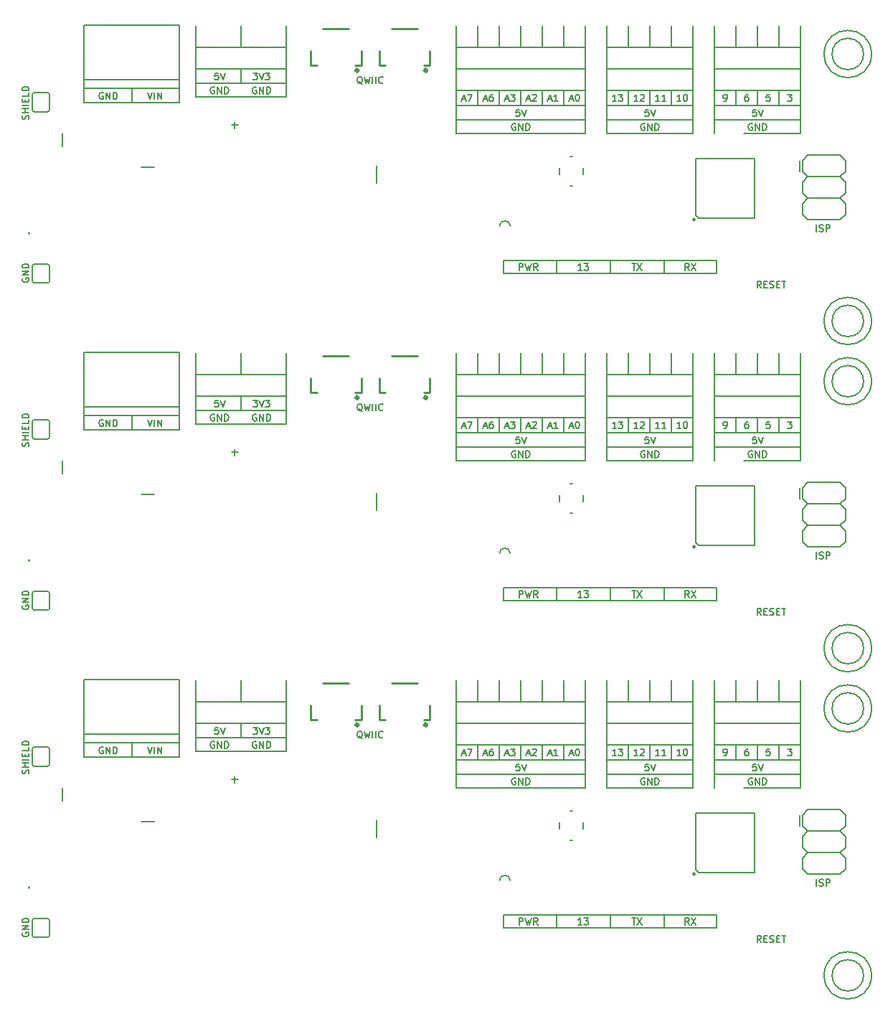
<source format=gto>
G04 #@! TF.FileFunction,Legend,Top*
%FSLAX46Y46*%
G04 Gerber Fmt 4.6, Leading zero omitted, Abs format (unit mm)*
G04 Created by KiCad (PCBNEW 4.0.6) date 08/03/17 04:28:43*
%MOMM*%
%LPD*%
G01*
G04 APERTURE LIST*
%ADD10C,0.100000*%
%ADD11C,0.200000*%
%ADD12C,0.152400*%
%ADD13C,0.203200*%
%ADD14C,0.254000*%
%ADD15C,0.398780*%
%ADD16C,0.127000*%
%ADD17C,0.150000*%
G04 APERTURE END LIST*
D10*
D11*
X62712620Y-126434905D02*
X62331667Y-126434905D01*
X62293572Y-126815857D01*
X62331667Y-126777762D01*
X62407858Y-126739667D01*
X62598334Y-126739667D01*
X62674524Y-126777762D01*
X62712620Y-126815857D01*
X62750715Y-126892048D01*
X62750715Y-127082524D01*
X62712620Y-127158714D01*
X62674524Y-127196810D01*
X62598334Y-127234905D01*
X62407858Y-127234905D01*
X62331667Y-127196810D01*
X62293572Y-127158714D01*
X62979286Y-126434905D02*
X63245953Y-127234905D01*
X63512620Y-126434905D01*
X62712620Y-87826905D02*
X62331667Y-87826905D01*
X62293572Y-88207857D01*
X62331667Y-88169762D01*
X62407858Y-88131667D01*
X62598334Y-88131667D01*
X62674524Y-88169762D01*
X62712620Y-88207857D01*
X62750715Y-88284048D01*
X62750715Y-88474524D01*
X62712620Y-88550714D01*
X62674524Y-88588810D01*
X62598334Y-88626905D01*
X62407858Y-88626905D01*
X62331667Y-88588810D01*
X62293572Y-88550714D01*
X62979286Y-87826905D02*
X63245953Y-88626905D01*
X63512620Y-87826905D01*
X60071000Y-123444000D02*
X70739000Y-123444000D01*
X60071000Y-84836000D02*
X70739000Y-84836000D01*
X65405000Y-125984000D02*
X65405000Y-127635000D01*
X65405000Y-87376000D02*
X65405000Y-89027000D01*
X60071000Y-127889000D02*
X60071000Y-120904000D01*
X60071000Y-89281000D02*
X60071000Y-82296000D01*
X67208477Y-128124000D02*
X67132286Y-128085905D01*
X67018001Y-128085905D01*
X66903715Y-128124000D01*
X66827524Y-128200190D01*
X66789429Y-128276381D01*
X66751334Y-128428762D01*
X66751334Y-128543048D01*
X66789429Y-128695429D01*
X66827524Y-128771619D01*
X66903715Y-128847810D01*
X67018001Y-128885905D01*
X67094191Y-128885905D01*
X67208477Y-128847810D01*
X67246572Y-128809714D01*
X67246572Y-128543048D01*
X67094191Y-128543048D01*
X67589429Y-128885905D02*
X67589429Y-128085905D01*
X68046572Y-128885905D01*
X68046572Y-128085905D01*
X68427524Y-128885905D02*
X68427524Y-128085905D01*
X68618000Y-128085905D01*
X68732286Y-128124000D01*
X68808477Y-128200190D01*
X68846572Y-128276381D01*
X68884667Y-128428762D01*
X68884667Y-128543048D01*
X68846572Y-128695429D01*
X68808477Y-128771619D01*
X68732286Y-128847810D01*
X68618000Y-128885905D01*
X68427524Y-128885905D01*
X67208477Y-89516000D02*
X67132286Y-89477905D01*
X67018001Y-89477905D01*
X66903715Y-89516000D01*
X66827524Y-89592190D01*
X66789429Y-89668381D01*
X66751334Y-89820762D01*
X66751334Y-89935048D01*
X66789429Y-90087429D01*
X66827524Y-90163619D01*
X66903715Y-90239810D01*
X67018001Y-90277905D01*
X67094191Y-90277905D01*
X67208477Y-90239810D01*
X67246572Y-90201714D01*
X67246572Y-89935048D01*
X67094191Y-89935048D01*
X67589429Y-90277905D02*
X67589429Y-89477905D01*
X68046572Y-90277905D01*
X68046572Y-89477905D01*
X68427524Y-90277905D02*
X68427524Y-89477905D01*
X68618000Y-89477905D01*
X68732286Y-89516000D01*
X68808477Y-89592190D01*
X68846572Y-89668381D01*
X68884667Y-89820762D01*
X68884667Y-89935048D01*
X68846572Y-90087429D01*
X68808477Y-90163619D01*
X68732286Y-90239810D01*
X68618000Y-90277905D01*
X68427524Y-90277905D01*
X62255477Y-128124000D02*
X62179286Y-128085905D01*
X62065001Y-128085905D01*
X61950715Y-128124000D01*
X61874524Y-128200190D01*
X61836429Y-128276381D01*
X61798334Y-128428762D01*
X61798334Y-128543048D01*
X61836429Y-128695429D01*
X61874524Y-128771619D01*
X61950715Y-128847810D01*
X62065001Y-128885905D01*
X62141191Y-128885905D01*
X62255477Y-128847810D01*
X62293572Y-128809714D01*
X62293572Y-128543048D01*
X62141191Y-128543048D01*
X62636429Y-128885905D02*
X62636429Y-128085905D01*
X63093572Y-128885905D01*
X63093572Y-128085905D01*
X63474524Y-128885905D02*
X63474524Y-128085905D01*
X63665000Y-128085905D01*
X63779286Y-128124000D01*
X63855477Y-128200190D01*
X63893572Y-128276381D01*
X63931667Y-128428762D01*
X63931667Y-128543048D01*
X63893572Y-128695429D01*
X63855477Y-128771619D01*
X63779286Y-128847810D01*
X63665000Y-128885905D01*
X63474524Y-128885905D01*
X62255477Y-89516000D02*
X62179286Y-89477905D01*
X62065001Y-89477905D01*
X61950715Y-89516000D01*
X61874524Y-89592190D01*
X61836429Y-89668381D01*
X61798334Y-89820762D01*
X61798334Y-89935048D01*
X61836429Y-90087429D01*
X61874524Y-90163619D01*
X61950715Y-90239810D01*
X62065001Y-90277905D01*
X62141191Y-90277905D01*
X62255477Y-90239810D01*
X62293572Y-90201714D01*
X62293572Y-89935048D01*
X62141191Y-89935048D01*
X62636429Y-90277905D02*
X62636429Y-89477905D01*
X63093572Y-90277905D01*
X63093572Y-89477905D01*
X63474524Y-90277905D02*
X63474524Y-89477905D01*
X63665000Y-89477905D01*
X63779286Y-89516000D01*
X63855477Y-89592190D01*
X63893572Y-89668381D01*
X63931667Y-89820762D01*
X63931667Y-89935048D01*
X63893572Y-90087429D01*
X63855477Y-90163619D01*
X63779286Y-90239810D01*
X63665000Y-90277905D01*
X63474524Y-90277905D01*
X60071000Y-127889000D02*
X60071000Y-129286000D01*
X60071000Y-89281000D02*
X60071000Y-90678000D01*
X60071000Y-129286000D02*
X70739000Y-129286000D01*
X60071000Y-90678000D02*
X70739000Y-90678000D01*
X70739000Y-129286000D02*
X70739000Y-127889000D01*
X70739000Y-90678000D02*
X70739000Y-89281000D01*
X79711668Y-127755595D02*
X79635477Y-127717500D01*
X79559287Y-127641310D01*
X79445001Y-127527024D01*
X79368810Y-127488929D01*
X79292620Y-127488929D01*
X79330715Y-127679405D02*
X79254525Y-127641310D01*
X79178334Y-127565119D01*
X79140239Y-127412738D01*
X79140239Y-127146071D01*
X79178334Y-126993690D01*
X79254525Y-126917500D01*
X79330715Y-126879405D01*
X79483096Y-126879405D01*
X79559287Y-126917500D01*
X79635477Y-126993690D01*
X79673572Y-127146071D01*
X79673572Y-127412738D01*
X79635477Y-127565119D01*
X79559287Y-127641310D01*
X79483096Y-127679405D01*
X79330715Y-127679405D01*
X79940239Y-126879405D02*
X80130715Y-127679405D01*
X80283096Y-127107976D01*
X80435477Y-127679405D01*
X80625953Y-126879405D01*
X80930715Y-127679405D02*
X80930715Y-126879405D01*
X81311667Y-127679405D02*
X81311667Y-126879405D01*
X82149762Y-127603214D02*
X82111667Y-127641310D01*
X81997381Y-127679405D01*
X81921191Y-127679405D01*
X81806905Y-127641310D01*
X81730714Y-127565119D01*
X81692619Y-127488929D01*
X81654524Y-127336548D01*
X81654524Y-127222262D01*
X81692619Y-127069881D01*
X81730714Y-126993690D01*
X81806905Y-126917500D01*
X81921191Y-126879405D01*
X81997381Y-126879405D01*
X82111667Y-126917500D01*
X82149762Y-126955595D01*
X79711668Y-89147595D02*
X79635477Y-89109500D01*
X79559287Y-89033310D01*
X79445001Y-88919024D01*
X79368810Y-88880929D01*
X79292620Y-88880929D01*
X79330715Y-89071405D02*
X79254525Y-89033310D01*
X79178334Y-88957119D01*
X79140239Y-88804738D01*
X79140239Y-88538071D01*
X79178334Y-88385690D01*
X79254525Y-88309500D01*
X79330715Y-88271405D01*
X79483096Y-88271405D01*
X79559287Y-88309500D01*
X79635477Y-88385690D01*
X79673572Y-88538071D01*
X79673572Y-88804738D01*
X79635477Y-88957119D01*
X79559287Y-89033310D01*
X79483096Y-89071405D01*
X79330715Y-89071405D01*
X79940239Y-88271405D02*
X80130715Y-89071405D01*
X80283096Y-88499976D01*
X80435477Y-89071405D01*
X80625953Y-88271405D01*
X80930715Y-89071405D02*
X80930715Y-88271405D01*
X81311667Y-89071405D02*
X81311667Y-88271405D01*
X82149762Y-88995214D02*
X82111667Y-89033310D01*
X81997381Y-89071405D01*
X81921191Y-89071405D01*
X81806905Y-89033310D01*
X81730714Y-88957119D01*
X81692619Y-88880929D01*
X81654524Y-88728548D01*
X81654524Y-88614262D01*
X81692619Y-88461881D01*
X81730714Y-88385690D01*
X81806905Y-88309500D01*
X81921191Y-88271405D01*
X81997381Y-88271405D01*
X82111667Y-88309500D01*
X82149762Y-88347595D01*
X90805000Y-120904000D02*
X90805000Y-130429000D01*
X90805000Y-82296000D02*
X90805000Y-91821000D01*
X95885000Y-123444000D02*
X95885000Y-120904000D01*
X95885000Y-84836000D02*
X95885000Y-82296000D01*
X98425000Y-123444000D02*
X98425000Y-120904000D01*
X98425000Y-84836000D02*
X98425000Y-82296000D01*
X100965000Y-123444000D02*
X100965000Y-120904000D01*
X100965000Y-84836000D02*
X100965000Y-82296000D01*
X103505000Y-123444000D02*
X103505000Y-120904000D01*
X103505000Y-84836000D02*
X103505000Y-82296000D01*
X93345000Y-123444000D02*
X93345000Y-120904000D01*
X93345000Y-84836000D02*
X93345000Y-82296000D01*
X66827524Y-126434905D02*
X67322762Y-126434905D01*
X67056095Y-126739667D01*
X67170381Y-126739667D01*
X67246571Y-126777762D01*
X67284667Y-126815857D01*
X67322762Y-126892048D01*
X67322762Y-127082524D01*
X67284667Y-127158714D01*
X67246571Y-127196810D01*
X67170381Y-127234905D01*
X66941809Y-127234905D01*
X66865619Y-127196810D01*
X66827524Y-127158714D01*
X67551333Y-126434905D02*
X67818000Y-127234905D01*
X68084667Y-126434905D01*
X68275143Y-126434905D02*
X68770381Y-126434905D01*
X68503714Y-126739667D01*
X68618000Y-126739667D01*
X68694190Y-126777762D01*
X68732286Y-126815857D01*
X68770381Y-126892048D01*
X68770381Y-127082524D01*
X68732286Y-127158714D01*
X68694190Y-127196810D01*
X68618000Y-127234905D01*
X68389428Y-127234905D01*
X68313238Y-127196810D01*
X68275143Y-127158714D01*
X66827524Y-87826905D02*
X67322762Y-87826905D01*
X67056095Y-88131667D01*
X67170381Y-88131667D01*
X67246571Y-88169762D01*
X67284667Y-88207857D01*
X67322762Y-88284048D01*
X67322762Y-88474524D01*
X67284667Y-88550714D01*
X67246571Y-88588810D01*
X67170381Y-88626905D01*
X66941809Y-88626905D01*
X66865619Y-88588810D01*
X66827524Y-88550714D01*
X67551333Y-87826905D02*
X67818000Y-88626905D01*
X68084667Y-87826905D01*
X68275143Y-87826905D02*
X68770381Y-87826905D01*
X68503714Y-88131667D01*
X68618000Y-88131667D01*
X68694190Y-88169762D01*
X68732286Y-88207857D01*
X68770381Y-88284048D01*
X68770381Y-88474524D01*
X68732286Y-88550714D01*
X68694190Y-88588810D01*
X68618000Y-88626905D01*
X68389428Y-88626905D01*
X68313238Y-88588810D01*
X68275143Y-88550714D01*
X65405000Y-123444000D02*
X65405000Y-120904000D01*
X65405000Y-84836000D02*
X65405000Y-82296000D01*
X60071000Y-125984000D02*
X70739000Y-125984000D01*
X60071000Y-87376000D02*
X70739000Y-87376000D01*
X60071000Y-127635000D02*
X70739000Y-127635000D01*
X60071000Y-89027000D02*
X70739000Y-89027000D01*
X70739000Y-127889000D02*
X70739000Y-120904000D01*
X70739000Y-89281000D02*
X70739000Y-82296000D01*
X106045000Y-132080000D02*
X106045000Y-130302000D01*
X106045000Y-93472000D02*
X106045000Y-91694000D01*
X98272620Y-130752905D02*
X97891667Y-130752905D01*
X97853572Y-131133857D01*
X97891667Y-131095762D01*
X97967858Y-131057667D01*
X98158334Y-131057667D01*
X98234524Y-131095762D01*
X98272620Y-131133857D01*
X98310715Y-131210048D01*
X98310715Y-131400524D01*
X98272620Y-131476714D01*
X98234524Y-131514810D01*
X98158334Y-131552905D01*
X97967858Y-131552905D01*
X97891667Y-131514810D01*
X97853572Y-131476714D01*
X98539286Y-130752905D02*
X98805953Y-131552905D01*
X99072620Y-130752905D01*
X98272620Y-92144905D02*
X97891667Y-92144905D01*
X97853572Y-92525857D01*
X97891667Y-92487762D01*
X97967858Y-92449667D01*
X98158334Y-92449667D01*
X98234524Y-92487762D01*
X98272620Y-92525857D01*
X98310715Y-92602048D01*
X98310715Y-92792524D01*
X98272620Y-92868714D01*
X98234524Y-92906810D01*
X98158334Y-92944905D01*
X97967858Y-92944905D01*
X97891667Y-92906810D01*
X97853572Y-92868714D01*
X98539286Y-92144905D02*
X98805953Y-92944905D01*
X99072620Y-92144905D01*
X97815477Y-132442000D02*
X97739286Y-132403905D01*
X97625001Y-132403905D01*
X97510715Y-132442000D01*
X97434524Y-132518190D01*
X97396429Y-132594381D01*
X97358334Y-132746762D01*
X97358334Y-132861048D01*
X97396429Y-133013429D01*
X97434524Y-133089619D01*
X97510715Y-133165810D01*
X97625001Y-133203905D01*
X97701191Y-133203905D01*
X97815477Y-133165810D01*
X97853572Y-133127714D01*
X97853572Y-132861048D01*
X97701191Y-132861048D01*
X98196429Y-133203905D02*
X98196429Y-132403905D01*
X98653572Y-133203905D01*
X98653572Y-132403905D01*
X99034524Y-133203905D02*
X99034524Y-132403905D01*
X99225000Y-132403905D01*
X99339286Y-132442000D01*
X99415477Y-132518190D01*
X99453572Y-132594381D01*
X99491667Y-132746762D01*
X99491667Y-132861048D01*
X99453572Y-133013429D01*
X99415477Y-133089619D01*
X99339286Y-133165810D01*
X99225000Y-133203905D01*
X99034524Y-133203905D01*
X97815477Y-93834000D02*
X97739286Y-93795905D01*
X97625001Y-93795905D01*
X97510715Y-93834000D01*
X97434524Y-93910190D01*
X97396429Y-93986381D01*
X97358334Y-94138762D01*
X97358334Y-94253048D01*
X97396429Y-94405429D01*
X97434524Y-94481619D01*
X97510715Y-94557810D01*
X97625001Y-94595905D01*
X97701191Y-94595905D01*
X97815477Y-94557810D01*
X97853572Y-94519714D01*
X97853572Y-94253048D01*
X97701191Y-94253048D01*
X98196429Y-94595905D02*
X98196429Y-93795905D01*
X98653572Y-94595905D01*
X98653572Y-93795905D01*
X99034524Y-94595905D02*
X99034524Y-93795905D01*
X99225000Y-93795905D01*
X99339286Y-93834000D01*
X99415477Y-93910190D01*
X99453572Y-93986381D01*
X99491667Y-94138762D01*
X99491667Y-94253048D01*
X99453572Y-94405429D01*
X99415477Y-94481619D01*
X99339286Y-94557810D01*
X99225000Y-94595905D01*
X99034524Y-94595905D01*
X106045000Y-133604000D02*
X106045000Y-132080000D01*
X106045000Y-94996000D02*
X106045000Y-93472000D01*
X96583572Y-129546333D02*
X96964524Y-129546333D01*
X96507381Y-129774905D02*
X96774048Y-128974905D01*
X97040715Y-129774905D01*
X97231191Y-128974905D02*
X97726429Y-128974905D01*
X97459762Y-129279667D01*
X97574048Y-129279667D01*
X97650238Y-129317762D01*
X97688334Y-129355857D01*
X97726429Y-129432048D01*
X97726429Y-129622524D01*
X97688334Y-129698714D01*
X97650238Y-129736810D01*
X97574048Y-129774905D01*
X97345476Y-129774905D01*
X97269286Y-129736810D01*
X97231191Y-129698714D01*
X96583572Y-90938333D02*
X96964524Y-90938333D01*
X96507381Y-91166905D02*
X96774048Y-90366905D01*
X97040715Y-91166905D01*
X97231191Y-90366905D02*
X97726429Y-90366905D01*
X97459762Y-90671667D01*
X97574048Y-90671667D01*
X97650238Y-90709762D01*
X97688334Y-90747857D01*
X97726429Y-90824048D01*
X97726429Y-91014524D01*
X97688334Y-91090714D01*
X97650238Y-91128810D01*
X97574048Y-91166905D01*
X97345476Y-91166905D01*
X97269286Y-91128810D01*
X97231191Y-91090714D01*
X99123572Y-129546333D02*
X99504524Y-129546333D01*
X99047381Y-129774905D02*
X99314048Y-128974905D01*
X99580715Y-129774905D01*
X99809286Y-129051095D02*
X99847381Y-129013000D01*
X99923572Y-128974905D01*
X100114048Y-128974905D01*
X100190238Y-129013000D01*
X100228334Y-129051095D01*
X100266429Y-129127286D01*
X100266429Y-129203476D01*
X100228334Y-129317762D01*
X99771191Y-129774905D01*
X100266429Y-129774905D01*
X99123572Y-90938333D02*
X99504524Y-90938333D01*
X99047381Y-91166905D02*
X99314048Y-90366905D01*
X99580715Y-91166905D01*
X99809286Y-90443095D02*
X99847381Y-90405000D01*
X99923572Y-90366905D01*
X100114048Y-90366905D01*
X100190238Y-90405000D01*
X100228334Y-90443095D01*
X100266429Y-90519286D01*
X100266429Y-90595476D01*
X100228334Y-90709762D01*
X99771191Y-91166905D01*
X100266429Y-91166905D01*
X101663572Y-129546333D02*
X102044524Y-129546333D01*
X101587381Y-129774905D02*
X101854048Y-128974905D01*
X102120715Y-129774905D01*
X102806429Y-129774905D02*
X102349286Y-129774905D01*
X102577857Y-129774905D02*
X102577857Y-128974905D01*
X102501667Y-129089190D01*
X102425476Y-129165381D01*
X102349286Y-129203476D01*
X101663572Y-90938333D02*
X102044524Y-90938333D01*
X101587381Y-91166905D02*
X101854048Y-90366905D01*
X102120715Y-91166905D01*
X102806429Y-91166905D02*
X102349286Y-91166905D01*
X102577857Y-91166905D02*
X102577857Y-90366905D01*
X102501667Y-90481190D01*
X102425476Y-90557381D01*
X102349286Y-90595476D01*
X90805000Y-125984000D02*
X106045000Y-125984000D01*
X90805000Y-87376000D02*
X106045000Y-87376000D01*
X104203572Y-129546333D02*
X104584524Y-129546333D01*
X104127381Y-129774905D02*
X104394048Y-128974905D01*
X104660715Y-129774905D01*
X105079762Y-128974905D02*
X105155953Y-128974905D01*
X105232143Y-129013000D01*
X105270238Y-129051095D01*
X105308334Y-129127286D01*
X105346429Y-129279667D01*
X105346429Y-129470143D01*
X105308334Y-129622524D01*
X105270238Y-129698714D01*
X105232143Y-129736810D01*
X105155953Y-129774905D01*
X105079762Y-129774905D01*
X105003572Y-129736810D01*
X104965476Y-129698714D01*
X104927381Y-129622524D01*
X104889286Y-129470143D01*
X104889286Y-129279667D01*
X104927381Y-129127286D01*
X104965476Y-129051095D01*
X105003572Y-129013000D01*
X105079762Y-128974905D01*
X104203572Y-90938333D02*
X104584524Y-90938333D01*
X104127381Y-91166905D02*
X104394048Y-90366905D01*
X104660715Y-91166905D01*
X105079762Y-90366905D02*
X105155953Y-90366905D01*
X105232143Y-90405000D01*
X105270238Y-90443095D01*
X105308334Y-90519286D01*
X105346429Y-90671667D01*
X105346429Y-90862143D01*
X105308334Y-91014524D01*
X105270238Y-91090714D01*
X105232143Y-91128810D01*
X105155953Y-91166905D01*
X105079762Y-91166905D01*
X105003572Y-91128810D01*
X104965476Y-91090714D01*
X104927381Y-91014524D01*
X104889286Y-90862143D01*
X104889286Y-90671667D01*
X104927381Y-90519286D01*
X104965476Y-90443095D01*
X105003572Y-90405000D01*
X105079762Y-90366905D01*
X90805000Y-128524000D02*
X106045000Y-128524000D01*
X90805000Y-89916000D02*
X106045000Y-89916000D01*
X90805000Y-123444000D02*
X106045000Y-123444000D01*
X90805000Y-84836000D02*
X106045000Y-84836000D01*
X106045000Y-120904000D02*
X106045000Y-130175000D01*
X106045000Y-82296000D02*
X106045000Y-91567000D01*
X93345000Y-128524000D02*
X93345000Y-130302000D01*
X93345000Y-89916000D02*
X93345000Y-91694000D01*
X100965000Y-128524000D02*
X100965000Y-130302000D01*
X100965000Y-89916000D02*
X100965000Y-91694000D01*
X103505000Y-128524000D02*
X103505000Y-130302000D01*
X103505000Y-89916000D02*
X103505000Y-91694000D01*
X90805000Y-130302000D02*
X106045000Y-130302000D01*
X90805000Y-91694000D02*
X106045000Y-91694000D01*
X91503572Y-129546333D02*
X91884524Y-129546333D01*
X91427381Y-129774905D02*
X91694048Y-128974905D01*
X91960715Y-129774905D01*
X92151191Y-128974905D02*
X92684524Y-128974905D01*
X92341667Y-129774905D01*
X91503572Y-90938333D02*
X91884524Y-90938333D01*
X91427381Y-91166905D02*
X91694048Y-90366905D01*
X91960715Y-91166905D01*
X92151191Y-90366905D02*
X92684524Y-90366905D01*
X92341667Y-91166905D01*
X94043572Y-129546333D02*
X94424524Y-129546333D01*
X93967381Y-129774905D02*
X94234048Y-128974905D01*
X94500715Y-129774905D01*
X95110238Y-128974905D02*
X94957857Y-128974905D01*
X94881667Y-129013000D01*
X94843572Y-129051095D01*
X94767381Y-129165381D01*
X94729286Y-129317762D01*
X94729286Y-129622524D01*
X94767381Y-129698714D01*
X94805476Y-129736810D01*
X94881667Y-129774905D01*
X95034048Y-129774905D01*
X95110238Y-129736810D01*
X95148334Y-129698714D01*
X95186429Y-129622524D01*
X95186429Y-129432048D01*
X95148334Y-129355857D01*
X95110238Y-129317762D01*
X95034048Y-129279667D01*
X94881667Y-129279667D01*
X94805476Y-129317762D01*
X94767381Y-129355857D01*
X94729286Y-129432048D01*
X94043572Y-90938333D02*
X94424524Y-90938333D01*
X93967381Y-91166905D02*
X94234048Y-90366905D01*
X94500715Y-91166905D01*
X95110238Y-90366905D02*
X94957857Y-90366905D01*
X94881667Y-90405000D01*
X94843572Y-90443095D01*
X94767381Y-90557381D01*
X94729286Y-90709762D01*
X94729286Y-91014524D01*
X94767381Y-91090714D01*
X94805476Y-91128810D01*
X94881667Y-91166905D01*
X95034048Y-91166905D01*
X95110238Y-91128810D01*
X95148334Y-91090714D01*
X95186429Y-91014524D01*
X95186429Y-90824048D01*
X95148334Y-90747857D01*
X95110238Y-90709762D01*
X95034048Y-90671667D01*
X94881667Y-90671667D01*
X94805476Y-90709762D01*
X94767381Y-90747857D01*
X94729286Y-90824048D01*
X95885000Y-128524000D02*
X95885000Y-130302000D01*
X95885000Y-89916000D02*
X95885000Y-91694000D01*
X98425000Y-128524000D02*
X98425000Y-130302000D01*
X98425000Y-89916000D02*
X98425000Y-91694000D01*
X90805000Y-130429000D02*
X90805000Y-132080000D01*
X90805000Y-91821000D02*
X90805000Y-93472000D01*
X90805000Y-131953000D02*
X106045000Y-131953000D01*
X90805000Y-93345000D02*
X106045000Y-93345000D01*
X90805000Y-132080000D02*
X90805000Y-133604000D01*
X90805000Y-93472000D02*
X90805000Y-94996000D01*
X90805000Y-133604000D02*
X106045000Y-133604000D01*
X90805000Y-94996000D02*
X106045000Y-94996000D01*
X133331048Y-145141905D02*
X133331048Y-144341905D01*
X133673905Y-145103810D02*
X133788191Y-145141905D01*
X133978667Y-145141905D01*
X134054857Y-145103810D01*
X134092953Y-145065714D01*
X134131048Y-144989524D01*
X134131048Y-144913333D01*
X134092953Y-144837143D01*
X134054857Y-144799048D01*
X133978667Y-144760952D01*
X133826286Y-144722857D01*
X133750095Y-144684762D01*
X133712000Y-144646667D01*
X133673905Y-144570476D01*
X133673905Y-144494286D01*
X133712000Y-144418095D01*
X133750095Y-144380000D01*
X133826286Y-144341905D01*
X134016762Y-144341905D01*
X134131048Y-144380000D01*
X134473905Y-145141905D02*
X134473905Y-144341905D01*
X134778667Y-144341905D01*
X134854858Y-144380000D01*
X134892953Y-144418095D01*
X134931048Y-144494286D01*
X134931048Y-144608571D01*
X134892953Y-144684762D01*
X134854858Y-144722857D01*
X134778667Y-144760952D01*
X134473905Y-144760952D01*
X133331048Y-106533905D02*
X133331048Y-105733905D01*
X133673905Y-106495810D02*
X133788191Y-106533905D01*
X133978667Y-106533905D01*
X134054857Y-106495810D01*
X134092953Y-106457714D01*
X134131048Y-106381524D01*
X134131048Y-106305333D01*
X134092953Y-106229143D01*
X134054857Y-106191048D01*
X133978667Y-106152952D01*
X133826286Y-106114857D01*
X133750095Y-106076762D01*
X133712000Y-106038667D01*
X133673905Y-105962476D01*
X133673905Y-105886286D01*
X133712000Y-105810095D01*
X133750095Y-105772000D01*
X133826286Y-105733905D01*
X134016762Y-105733905D01*
X134131048Y-105772000D01*
X134473905Y-106533905D02*
X134473905Y-105733905D01*
X134778667Y-105733905D01*
X134854858Y-105772000D01*
X134892953Y-105810095D01*
X134931048Y-105886286D01*
X134931048Y-106000571D01*
X134892953Y-106076762D01*
X134854858Y-106114857D01*
X134778667Y-106152952D01*
X134473905Y-106152952D01*
X131445000Y-133604000D02*
X124714000Y-133604000D01*
X131445000Y-94996000D02*
X124714000Y-94996000D01*
X126790595Y-151809405D02*
X126523928Y-151428452D01*
X126333452Y-151809405D02*
X126333452Y-151009405D01*
X126638214Y-151009405D01*
X126714405Y-151047500D01*
X126752500Y-151085595D01*
X126790595Y-151161786D01*
X126790595Y-151276071D01*
X126752500Y-151352262D01*
X126714405Y-151390357D01*
X126638214Y-151428452D01*
X126333452Y-151428452D01*
X127133452Y-151390357D02*
X127400119Y-151390357D01*
X127514405Y-151809405D02*
X127133452Y-151809405D01*
X127133452Y-151009405D01*
X127514405Y-151009405D01*
X127819167Y-151771310D02*
X127933453Y-151809405D01*
X128123929Y-151809405D01*
X128200119Y-151771310D01*
X128238215Y-151733214D01*
X128276310Y-151657024D01*
X128276310Y-151580833D01*
X128238215Y-151504643D01*
X128200119Y-151466548D01*
X128123929Y-151428452D01*
X127971548Y-151390357D01*
X127895357Y-151352262D01*
X127857262Y-151314167D01*
X127819167Y-151237976D01*
X127819167Y-151161786D01*
X127857262Y-151085595D01*
X127895357Y-151047500D01*
X127971548Y-151009405D01*
X128162024Y-151009405D01*
X128276310Y-151047500D01*
X128619167Y-151390357D02*
X128885834Y-151390357D01*
X129000120Y-151809405D02*
X128619167Y-151809405D01*
X128619167Y-151009405D01*
X129000120Y-151009405D01*
X129228691Y-151009405D02*
X129685834Y-151009405D01*
X129457263Y-151809405D02*
X129457263Y-151009405D01*
X126790595Y-113201405D02*
X126523928Y-112820452D01*
X126333452Y-113201405D02*
X126333452Y-112401405D01*
X126638214Y-112401405D01*
X126714405Y-112439500D01*
X126752500Y-112477595D01*
X126790595Y-112553786D01*
X126790595Y-112668071D01*
X126752500Y-112744262D01*
X126714405Y-112782357D01*
X126638214Y-112820452D01*
X126333452Y-112820452D01*
X127133452Y-112782357D02*
X127400119Y-112782357D01*
X127514405Y-113201405D02*
X127133452Y-113201405D01*
X127133452Y-112401405D01*
X127514405Y-112401405D01*
X127819167Y-113163310D02*
X127933453Y-113201405D01*
X128123929Y-113201405D01*
X128200119Y-113163310D01*
X128238215Y-113125214D01*
X128276310Y-113049024D01*
X128276310Y-112972833D01*
X128238215Y-112896643D01*
X128200119Y-112858548D01*
X128123929Y-112820452D01*
X127971548Y-112782357D01*
X127895357Y-112744262D01*
X127857262Y-112706167D01*
X127819167Y-112629976D01*
X127819167Y-112553786D01*
X127857262Y-112477595D01*
X127895357Y-112439500D01*
X127971548Y-112401405D01*
X128162024Y-112401405D01*
X128276310Y-112439500D01*
X128619167Y-112782357D02*
X128885834Y-112782357D01*
X129000120Y-113201405D02*
X128619167Y-113201405D01*
X128619167Y-112401405D01*
X129000120Y-112401405D01*
X129228691Y-112401405D02*
X129685834Y-112401405D01*
X129457263Y-113201405D02*
X129457263Y-112401405D01*
X108585000Y-133604000D02*
X118745000Y-133604000D01*
X108585000Y-94996000D02*
X118745000Y-94996000D01*
X118745000Y-133604000D02*
X118745000Y-130302000D01*
X118745000Y-94996000D02*
X118745000Y-91694000D01*
X108585000Y-130302000D02*
X118745000Y-130302000D01*
X108585000Y-91694000D02*
X118745000Y-91694000D01*
X108585000Y-130302000D02*
X108585000Y-133604000D01*
X108585000Y-91694000D02*
X108585000Y-94996000D01*
X111531476Y-148913905D02*
X111988619Y-148913905D01*
X111760048Y-149713905D02*
X111760048Y-148913905D01*
X112179096Y-148913905D02*
X112712429Y-149713905D01*
X112712429Y-148913905D02*
X112179096Y-149713905D01*
X111531476Y-110305905D02*
X111988619Y-110305905D01*
X111760048Y-111105905D02*
X111760048Y-110305905D01*
X112179096Y-110305905D02*
X112712429Y-111105905D01*
X112712429Y-110305905D02*
X112179096Y-111105905D01*
X121539000Y-148526500D02*
X121539000Y-150114000D01*
X121539000Y-109918500D02*
X121539000Y-111506000D01*
X118294167Y-149713905D02*
X118027500Y-149332952D01*
X117837024Y-149713905D02*
X117837024Y-148913905D01*
X118141786Y-148913905D01*
X118217977Y-148952000D01*
X118256072Y-148990095D01*
X118294167Y-149066286D01*
X118294167Y-149180571D01*
X118256072Y-149256762D01*
X118217977Y-149294857D01*
X118141786Y-149332952D01*
X117837024Y-149332952D01*
X118560834Y-148913905D02*
X119094167Y-149713905D01*
X119094167Y-148913905D02*
X118560834Y-149713905D01*
X118294167Y-111105905D02*
X118027500Y-110724952D01*
X117837024Y-111105905D02*
X117837024Y-110305905D01*
X118141786Y-110305905D01*
X118217977Y-110344000D01*
X118256072Y-110382095D01*
X118294167Y-110458286D01*
X118294167Y-110572571D01*
X118256072Y-110648762D01*
X118217977Y-110686857D01*
X118141786Y-110724952D01*
X117837024Y-110724952D01*
X118560834Y-110305905D02*
X119094167Y-111105905D01*
X119094167Y-110305905D02*
X118560834Y-111105905D01*
X118808500Y-148526500D02*
X121539000Y-148526500D01*
X118808500Y-109918500D02*
X121539000Y-109918500D01*
X108966000Y-150114000D02*
X108966000Y-148526500D01*
X108966000Y-111506000D02*
X108966000Y-109918500D01*
X115316000Y-150114000D02*
X115316000Y-148526500D01*
X115316000Y-111506000D02*
X115316000Y-109918500D01*
X121412000Y-128524000D02*
X121285000Y-128524000D01*
X121412000Y-89916000D02*
X121285000Y-89916000D01*
X113665000Y-128524000D02*
X113665000Y-130302000D01*
X113665000Y-89916000D02*
X113665000Y-91694000D01*
X113055477Y-132442000D02*
X112979286Y-132403905D01*
X112865001Y-132403905D01*
X112750715Y-132442000D01*
X112674524Y-132518190D01*
X112636429Y-132594381D01*
X112598334Y-132746762D01*
X112598334Y-132861048D01*
X112636429Y-133013429D01*
X112674524Y-133089619D01*
X112750715Y-133165810D01*
X112865001Y-133203905D01*
X112941191Y-133203905D01*
X113055477Y-133165810D01*
X113093572Y-133127714D01*
X113093572Y-132861048D01*
X112941191Y-132861048D01*
X113436429Y-133203905D02*
X113436429Y-132403905D01*
X113893572Y-133203905D01*
X113893572Y-132403905D01*
X114274524Y-133203905D02*
X114274524Y-132403905D01*
X114465000Y-132403905D01*
X114579286Y-132442000D01*
X114655477Y-132518190D01*
X114693572Y-132594381D01*
X114731667Y-132746762D01*
X114731667Y-132861048D01*
X114693572Y-133013429D01*
X114655477Y-133089619D01*
X114579286Y-133165810D01*
X114465000Y-133203905D01*
X114274524Y-133203905D01*
X113055477Y-93834000D02*
X112979286Y-93795905D01*
X112865001Y-93795905D01*
X112750715Y-93834000D01*
X112674524Y-93910190D01*
X112636429Y-93986381D01*
X112598334Y-94138762D01*
X112598334Y-94253048D01*
X112636429Y-94405429D01*
X112674524Y-94481619D01*
X112750715Y-94557810D01*
X112865001Y-94595905D01*
X112941191Y-94595905D01*
X113055477Y-94557810D01*
X113093572Y-94519714D01*
X113093572Y-94253048D01*
X112941191Y-94253048D01*
X113436429Y-94595905D02*
X113436429Y-93795905D01*
X113893572Y-94595905D01*
X113893572Y-93795905D01*
X114274524Y-94595905D02*
X114274524Y-93795905D01*
X114465000Y-93795905D01*
X114579286Y-93834000D01*
X114655477Y-93910190D01*
X114693572Y-93986381D01*
X114731667Y-94138762D01*
X114731667Y-94253048D01*
X114693572Y-94405429D01*
X114655477Y-94481619D01*
X114579286Y-94557810D01*
X114465000Y-94595905D01*
X114274524Y-94595905D01*
X111125000Y-128524000D02*
X111125000Y-130302000D01*
X111125000Y-89916000D02*
X111125000Y-91694000D01*
X112242619Y-129774905D02*
X111785476Y-129774905D01*
X112014047Y-129774905D02*
X112014047Y-128974905D01*
X111937857Y-129089190D01*
X111861666Y-129165381D01*
X111785476Y-129203476D01*
X112547381Y-129051095D02*
X112585476Y-129013000D01*
X112661667Y-128974905D01*
X112852143Y-128974905D01*
X112928333Y-129013000D01*
X112966429Y-129051095D01*
X113004524Y-129127286D01*
X113004524Y-129203476D01*
X112966429Y-129317762D01*
X112509286Y-129774905D01*
X113004524Y-129774905D01*
X112242619Y-91166905D02*
X111785476Y-91166905D01*
X112014047Y-91166905D02*
X112014047Y-90366905D01*
X111937857Y-90481190D01*
X111861666Y-90557381D01*
X111785476Y-90595476D01*
X112547381Y-90443095D02*
X112585476Y-90405000D01*
X112661667Y-90366905D01*
X112852143Y-90366905D01*
X112928333Y-90405000D01*
X112966429Y-90443095D01*
X113004524Y-90519286D01*
X113004524Y-90595476D01*
X112966429Y-90709762D01*
X112509286Y-91166905D01*
X113004524Y-91166905D01*
X113512620Y-130752905D02*
X113131667Y-130752905D01*
X113093572Y-131133857D01*
X113131667Y-131095762D01*
X113207858Y-131057667D01*
X113398334Y-131057667D01*
X113474524Y-131095762D01*
X113512620Y-131133857D01*
X113550715Y-131210048D01*
X113550715Y-131400524D01*
X113512620Y-131476714D01*
X113474524Y-131514810D01*
X113398334Y-131552905D01*
X113207858Y-131552905D01*
X113131667Y-131514810D01*
X113093572Y-131476714D01*
X113779286Y-130752905D02*
X114045953Y-131552905D01*
X114312620Y-130752905D01*
X113512620Y-92144905D02*
X113131667Y-92144905D01*
X113093572Y-92525857D01*
X113131667Y-92487762D01*
X113207858Y-92449667D01*
X113398334Y-92449667D01*
X113474524Y-92487762D01*
X113512620Y-92525857D01*
X113550715Y-92602048D01*
X113550715Y-92792524D01*
X113512620Y-92868714D01*
X113474524Y-92906810D01*
X113398334Y-92944905D01*
X113207858Y-92944905D01*
X113131667Y-92906810D01*
X113093572Y-92868714D01*
X113779286Y-92144905D02*
X114045953Y-92944905D01*
X114312620Y-92144905D01*
X105638619Y-149713905D02*
X105181476Y-149713905D01*
X105410047Y-149713905D02*
X105410047Y-148913905D01*
X105333857Y-149028190D01*
X105257666Y-149104381D01*
X105181476Y-149142476D01*
X105905286Y-148913905D02*
X106400524Y-148913905D01*
X106133857Y-149218667D01*
X106248143Y-149218667D01*
X106324333Y-149256762D01*
X106362429Y-149294857D01*
X106400524Y-149371048D01*
X106400524Y-149561524D01*
X106362429Y-149637714D01*
X106324333Y-149675810D01*
X106248143Y-149713905D01*
X106019571Y-149713905D01*
X105943381Y-149675810D01*
X105905286Y-149637714D01*
X105638619Y-111105905D02*
X105181476Y-111105905D01*
X105410047Y-111105905D02*
X105410047Y-110305905D01*
X105333857Y-110420190D01*
X105257666Y-110496381D01*
X105181476Y-110534476D01*
X105905286Y-110305905D02*
X106400524Y-110305905D01*
X106133857Y-110610667D01*
X106248143Y-110610667D01*
X106324333Y-110648762D01*
X106362429Y-110686857D01*
X106400524Y-110763048D01*
X106400524Y-110953524D01*
X106362429Y-111029714D01*
X106324333Y-111067810D01*
X106248143Y-111105905D01*
X106019571Y-111105905D01*
X105943381Y-111067810D01*
X105905286Y-111029714D01*
X102616000Y-150114000D02*
X102616000Y-148526500D01*
X102616000Y-111506000D02*
X102616000Y-109918500D01*
X96393000Y-150114000D02*
X121539000Y-150114000D01*
X96393000Y-111506000D02*
X121539000Y-111506000D01*
X118872000Y-148526500D02*
X96393000Y-148526500D01*
X118872000Y-109918500D02*
X96393000Y-109918500D01*
X96393000Y-148526500D02*
X96393000Y-150050500D01*
X96393000Y-109918500D02*
X96393000Y-111442500D01*
X98247333Y-149713905D02*
X98247333Y-148913905D01*
X98552095Y-148913905D01*
X98628286Y-148952000D01*
X98666381Y-148990095D01*
X98704476Y-149066286D01*
X98704476Y-149180571D01*
X98666381Y-149256762D01*
X98628286Y-149294857D01*
X98552095Y-149332952D01*
X98247333Y-149332952D01*
X98971143Y-148913905D02*
X99161619Y-149713905D01*
X99314000Y-149142476D01*
X99466381Y-149713905D01*
X99656857Y-148913905D01*
X100418762Y-149713905D02*
X100152095Y-149332952D01*
X99961619Y-149713905D02*
X99961619Y-148913905D01*
X100266381Y-148913905D01*
X100342572Y-148952000D01*
X100380667Y-148990095D01*
X100418762Y-149066286D01*
X100418762Y-149180571D01*
X100380667Y-149256762D01*
X100342572Y-149294857D01*
X100266381Y-149332952D01*
X99961619Y-149332952D01*
X98247333Y-111105905D02*
X98247333Y-110305905D01*
X98552095Y-110305905D01*
X98628286Y-110344000D01*
X98666381Y-110382095D01*
X98704476Y-110458286D01*
X98704476Y-110572571D01*
X98666381Y-110648762D01*
X98628286Y-110686857D01*
X98552095Y-110724952D01*
X98247333Y-110724952D01*
X98971143Y-110305905D02*
X99161619Y-111105905D01*
X99314000Y-110534476D01*
X99466381Y-111105905D01*
X99656857Y-110305905D01*
X100418762Y-111105905D02*
X100152095Y-110724952D01*
X99961619Y-111105905D02*
X99961619Y-110305905D01*
X100266381Y-110305905D01*
X100342572Y-110344000D01*
X100380667Y-110382095D01*
X100418762Y-110458286D01*
X100418762Y-110572571D01*
X100380667Y-110648762D01*
X100342572Y-110686857D01*
X100266381Y-110724952D01*
X99961619Y-110724952D01*
X111125000Y-120904000D02*
X111125000Y-123444000D01*
X111125000Y-82296000D02*
X111125000Y-84836000D01*
X108585000Y-128524000D02*
X108585000Y-120904000D01*
X108585000Y-89916000D02*
X108585000Y-82296000D01*
X109702619Y-129774905D02*
X109245476Y-129774905D01*
X109474047Y-129774905D02*
X109474047Y-128974905D01*
X109397857Y-129089190D01*
X109321666Y-129165381D01*
X109245476Y-129203476D01*
X109969286Y-128974905D02*
X110464524Y-128974905D01*
X110197857Y-129279667D01*
X110312143Y-129279667D01*
X110388333Y-129317762D01*
X110426429Y-129355857D01*
X110464524Y-129432048D01*
X110464524Y-129622524D01*
X110426429Y-129698714D01*
X110388333Y-129736810D01*
X110312143Y-129774905D01*
X110083571Y-129774905D01*
X110007381Y-129736810D01*
X109969286Y-129698714D01*
X109702619Y-91166905D02*
X109245476Y-91166905D01*
X109474047Y-91166905D02*
X109474047Y-90366905D01*
X109397857Y-90481190D01*
X109321666Y-90557381D01*
X109245476Y-90595476D01*
X109969286Y-90366905D02*
X110464524Y-90366905D01*
X110197857Y-90671667D01*
X110312143Y-90671667D01*
X110388333Y-90709762D01*
X110426429Y-90747857D01*
X110464524Y-90824048D01*
X110464524Y-91014524D01*
X110426429Y-91090714D01*
X110388333Y-91128810D01*
X110312143Y-91166905D01*
X110083571Y-91166905D01*
X110007381Y-91128810D01*
X109969286Y-91090714D01*
X108585000Y-123444000D02*
X118745000Y-123444000D01*
X108585000Y-84836000D02*
X118745000Y-84836000D01*
X118745000Y-128524000D02*
X108585000Y-128524000D01*
X118745000Y-89916000D02*
X108585000Y-89916000D01*
X114782619Y-129774905D02*
X114325476Y-129774905D01*
X114554047Y-129774905D02*
X114554047Y-128974905D01*
X114477857Y-129089190D01*
X114401666Y-129165381D01*
X114325476Y-129203476D01*
X115544524Y-129774905D02*
X115087381Y-129774905D01*
X115315952Y-129774905D02*
X115315952Y-128974905D01*
X115239762Y-129089190D01*
X115163571Y-129165381D01*
X115087381Y-129203476D01*
X114782619Y-91166905D02*
X114325476Y-91166905D01*
X114554047Y-91166905D02*
X114554047Y-90366905D01*
X114477857Y-90481190D01*
X114401666Y-90557381D01*
X114325476Y-90595476D01*
X115544524Y-91166905D02*
X115087381Y-91166905D01*
X115315952Y-91166905D02*
X115315952Y-90366905D01*
X115239762Y-90481190D01*
X115163571Y-90557381D01*
X115087381Y-90595476D01*
X108585000Y-131953000D02*
X118745000Y-131953000D01*
X108585000Y-93345000D02*
X118745000Y-93345000D01*
X108585000Y-125984000D02*
X118745000Y-125984000D01*
X108585000Y-87376000D02*
X118745000Y-87376000D01*
X108585000Y-128524000D02*
X108585000Y-130302000D01*
X108585000Y-89916000D02*
X108585000Y-91694000D01*
X121285000Y-128524000D02*
X121285000Y-123444000D01*
X121285000Y-89916000D02*
X121285000Y-84836000D01*
X121285000Y-120904000D02*
X121285000Y-123444000D01*
X121285000Y-82296000D02*
X121285000Y-84836000D01*
X118745000Y-120904000D02*
X118745000Y-128524000D01*
X118745000Y-82296000D02*
X118745000Y-89916000D01*
X116205000Y-120904000D02*
X116205000Y-123444000D01*
X116205000Y-82296000D02*
X116205000Y-84836000D01*
X113665000Y-120904000D02*
X113665000Y-123444000D01*
X113665000Y-82296000D02*
X113665000Y-84836000D01*
X118745000Y-130302000D02*
X118745000Y-128651000D01*
X118745000Y-91694000D02*
X118745000Y-90043000D01*
X116205000Y-128524000D02*
X116205000Y-130302000D01*
X116205000Y-89916000D02*
X116205000Y-91694000D01*
X118745000Y-128651000D02*
X118745000Y-128397000D01*
X118745000Y-90043000D02*
X118745000Y-89789000D01*
X121285000Y-128524000D02*
X121285000Y-133604000D01*
X121285000Y-89916000D02*
X121285000Y-94996000D01*
X117322619Y-129774905D02*
X116865476Y-129774905D01*
X117094047Y-129774905D02*
X117094047Y-128974905D01*
X117017857Y-129089190D01*
X116941666Y-129165381D01*
X116865476Y-129203476D01*
X117817857Y-128974905D02*
X117894048Y-128974905D01*
X117970238Y-129013000D01*
X118008333Y-129051095D01*
X118046429Y-129127286D01*
X118084524Y-129279667D01*
X118084524Y-129470143D01*
X118046429Y-129622524D01*
X118008333Y-129698714D01*
X117970238Y-129736810D01*
X117894048Y-129774905D01*
X117817857Y-129774905D01*
X117741667Y-129736810D01*
X117703571Y-129698714D01*
X117665476Y-129622524D01*
X117627381Y-129470143D01*
X117627381Y-129279667D01*
X117665476Y-129127286D01*
X117703571Y-129051095D01*
X117741667Y-129013000D01*
X117817857Y-128974905D01*
X117322619Y-91166905D02*
X116865476Y-91166905D01*
X117094047Y-91166905D02*
X117094047Y-90366905D01*
X117017857Y-90481190D01*
X116941666Y-90557381D01*
X116865476Y-90595476D01*
X117817857Y-90366905D02*
X117894048Y-90366905D01*
X117970238Y-90405000D01*
X118008333Y-90443095D01*
X118046429Y-90519286D01*
X118084524Y-90671667D01*
X118084524Y-90862143D01*
X118046429Y-91014524D01*
X118008333Y-91090714D01*
X117970238Y-91128810D01*
X117894048Y-91166905D01*
X117817857Y-91166905D01*
X117741667Y-91128810D01*
X117703571Y-91090714D01*
X117665476Y-91014524D01*
X117627381Y-90862143D01*
X117627381Y-90671667D01*
X117665476Y-90519286D01*
X117703571Y-90443095D01*
X117741667Y-90405000D01*
X117817857Y-90366905D01*
X39605000Y-150660023D02*
X39566905Y-150736214D01*
X39566905Y-150850499D01*
X39605000Y-150964785D01*
X39681190Y-151040976D01*
X39757381Y-151079071D01*
X39909762Y-151117166D01*
X40024048Y-151117166D01*
X40176429Y-151079071D01*
X40252619Y-151040976D01*
X40328810Y-150964785D01*
X40366905Y-150850499D01*
X40366905Y-150774309D01*
X40328810Y-150660023D01*
X40290714Y-150621928D01*
X40024048Y-150621928D01*
X40024048Y-150774309D01*
X40366905Y-150279071D02*
X39566905Y-150279071D01*
X40366905Y-149821928D01*
X39566905Y-149821928D01*
X40366905Y-149440976D02*
X39566905Y-149440976D01*
X39566905Y-149250500D01*
X39605000Y-149136214D01*
X39681190Y-149060023D01*
X39757381Y-149021928D01*
X39909762Y-148983833D01*
X40024048Y-148983833D01*
X40176429Y-149021928D01*
X40252619Y-149060023D01*
X40328810Y-149136214D01*
X40366905Y-149250500D01*
X40366905Y-149440976D01*
X39605000Y-112052023D02*
X39566905Y-112128214D01*
X39566905Y-112242499D01*
X39605000Y-112356785D01*
X39681190Y-112432976D01*
X39757381Y-112471071D01*
X39909762Y-112509166D01*
X40024048Y-112509166D01*
X40176429Y-112471071D01*
X40252619Y-112432976D01*
X40328810Y-112356785D01*
X40366905Y-112242499D01*
X40366905Y-112166309D01*
X40328810Y-112052023D01*
X40290714Y-112013928D01*
X40024048Y-112013928D01*
X40024048Y-112166309D01*
X40366905Y-111671071D02*
X39566905Y-111671071D01*
X40366905Y-111213928D01*
X39566905Y-111213928D01*
X40366905Y-110832976D02*
X39566905Y-110832976D01*
X39566905Y-110642500D01*
X39605000Y-110528214D01*
X39681190Y-110452023D01*
X39757381Y-110413928D01*
X39909762Y-110375833D01*
X40024048Y-110375833D01*
X40176429Y-110413928D01*
X40252619Y-110452023D01*
X40328810Y-110528214D01*
X40366905Y-110642500D01*
X40366905Y-110832976D01*
X40328810Y-131908309D02*
X40366905Y-131794023D01*
X40366905Y-131603547D01*
X40328810Y-131527357D01*
X40290714Y-131489261D01*
X40214524Y-131451166D01*
X40138333Y-131451166D01*
X40062143Y-131489261D01*
X40024048Y-131527357D01*
X39985952Y-131603547D01*
X39947857Y-131755928D01*
X39909762Y-131832119D01*
X39871667Y-131870214D01*
X39795476Y-131908309D01*
X39719286Y-131908309D01*
X39643095Y-131870214D01*
X39605000Y-131832119D01*
X39566905Y-131755928D01*
X39566905Y-131565452D01*
X39605000Y-131451166D01*
X40366905Y-131108309D02*
X39566905Y-131108309D01*
X39947857Y-131108309D02*
X39947857Y-130651166D01*
X40366905Y-130651166D02*
X39566905Y-130651166D01*
X40366905Y-130270214D02*
X39566905Y-130270214D01*
X39947857Y-129889262D02*
X39947857Y-129622595D01*
X40366905Y-129508309D02*
X40366905Y-129889262D01*
X39566905Y-129889262D01*
X39566905Y-129508309D01*
X40366905Y-128784499D02*
X40366905Y-129165452D01*
X39566905Y-129165452D01*
X40366905Y-128517833D02*
X39566905Y-128517833D01*
X39566905Y-128327357D01*
X39605000Y-128213071D01*
X39681190Y-128136880D01*
X39757381Y-128098785D01*
X39909762Y-128060690D01*
X40024048Y-128060690D01*
X40176429Y-128098785D01*
X40252619Y-128136880D01*
X40328810Y-128213071D01*
X40366905Y-128327357D01*
X40366905Y-128517833D01*
X40328810Y-93300309D02*
X40366905Y-93186023D01*
X40366905Y-92995547D01*
X40328810Y-92919357D01*
X40290714Y-92881261D01*
X40214524Y-92843166D01*
X40138333Y-92843166D01*
X40062143Y-92881261D01*
X40024048Y-92919357D01*
X39985952Y-92995547D01*
X39947857Y-93147928D01*
X39909762Y-93224119D01*
X39871667Y-93262214D01*
X39795476Y-93300309D01*
X39719286Y-93300309D01*
X39643095Y-93262214D01*
X39605000Y-93224119D01*
X39566905Y-93147928D01*
X39566905Y-92957452D01*
X39605000Y-92843166D01*
X40366905Y-92500309D02*
X39566905Y-92500309D01*
X39947857Y-92500309D02*
X39947857Y-92043166D01*
X40366905Y-92043166D02*
X39566905Y-92043166D01*
X40366905Y-91662214D02*
X39566905Y-91662214D01*
X39947857Y-91281262D02*
X39947857Y-91014595D01*
X40366905Y-90900309D02*
X40366905Y-91281262D01*
X39566905Y-91281262D01*
X39566905Y-90900309D01*
X40366905Y-90176499D02*
X40366905Y-90557452D01*
X39566905Y-90557452D01*
X40366905Y-89909833D02*
X39566905Y-89909833D01*
X39566905Y-89719357D01*
X39605000Y-89605071D01*
X39681190Y-89528880D01*
X39757381Y-89490785D01*
X39909762Y-89452690D01*
X40024048Y-89452690D01*
X40176429Y-89490785D01*
X40252619Y-89528880D01*
X40328810Y-89605071D01*
X40366905Y-89719357D01*
X40366905Y-89909833D01*
X52514500Y-128270000D02*
X52514500Y-129921000D01*
X52514500Y-89662000D02*
X52514500Y-91313000D01*
X54368810Y-128720905D02*
X54635477Y-129520905D01*
X54902144Y-128720905D01*
X55168810Y-129520905D02*
X55168810Y-128720905D01*
X55549762Y-129520905D02*
X55549762Y-128720905D01*
X56006905Y-129520905D01*
X56006905Y-128720905D01*
X54368810Y-90112905D02*
X54635477Y-90912905D01*
X54902144Y-90112905D01*
X55168810Y-90912905D02*
X55168810Y-90112905D01*
X55549762Y-90912905D02*
X55549762Y-90112905D01*
X56006905Y-90912905D01*
X56006905Y-90112905D01*
X58089800Y-129918460D02*
X58089800Y-128267460D01*
X58089800Y-91310460D02*
X58089800Y-89659460D01*
X49110977Y-128759000D02*
X49034786Y-128720905D01*
X48920501Y-128720905D01*
X48806215Y-128759000D01*
X48730024Y-128835190D01*
X48691929Y-128911381D01*
X48653834Y-129063762D01*
X48653834Y-129178048D01*
X48691929Y-129330429D01*
X48730024Y-129406619D01*
X48806215Y-129482810D01*
X48920501Y-129520905D01*
X48996691Y-129520905D01*
X49110977Y-129482810D01*
X49149072Y-129444714D01*
X49149072Y-129178048D01*
X48996691Y-129178048D01*
X49491929Y-129520905D02*
X49491929Y-128720905D01*
X49949072Y-129520905D01*
X49949072Y-128720905D01*
X50330024Y-129520905D02*
X50330024Y-128720905D01*
X50520500Y-128720905D01*
X50634786Y-128759000D01*
X50710977Y-128835190D01*
X50749072Y-128911381D01*
X50787167Y-129063762D01*
X50787167Y-129178048D01*
X50749072Y-129330429D01*
X50710977Y-129406619D01*
X50634786Y-129482810D01*
X50520500Y-129520905D01*
X50330024Y-129520905D01*
X49110977Y-90151000D02*
X49034786Y-90112905D01*
X48920501Y-90112905D01*
X48806215Y-90151000D01*
X48730024Y-90227190D01*
X48691929Y-90303381D01*
X48653834Y-90455762D01*
X48653834Y-90570048D01*
X48691929Y-90722429D01*
X48730024Y-90798619D01*
X48806215Y-90874810D01*
X48920501Y-90912905D01*
X48996691Y-90912905D01*
X49110977Y-90874810D01*
X49149072Y-90836714D01*
X49149072Y-90570048D01*
X48996691Y-90570048D01*
X49491929Y-90912905D02*
X49491929Y-90112905D01*
X49949072Y-90912905D01*
X49949072Y-90112905D01*
X50330024Y-90912905D02*
X50330024Y-90112905D01*
X50520500Y-90112905D01*
X50634786Y-90151000D01*
X50710977Y-90227190D01*
X50749072Y-90303381D01*
X50787167Y-90455762D01*
X50787167Y-90570048D01*
X50749072Y-90722429D01*
X50710977Y-90798619D01*
X50634786Y-90874810D01*
X50520500Y-90912905D01*
X50330024Y-90912905D01*
X46893480Y-128267460D02*
X46893480Y-129918460D01*
X46893480Y-89659460D02*
X46893480Y-91310460D01*
X46926500Y-129921000D02*
X58039000Y-129921000D01*
X46926500Y-91313000D02*
X58039000Y-91313000D01*
X123825000Y-120904000D02*
X123825000Y-123444000D01*
X123825000Y-82296000D02*
X123825000Y-84836000D01*
X128905000Y-120904000D02*
X128905000Y-123444000D01*
X128905000Y-82296000D02*
X128905000Y-84836000D01*
X131445000Y-123444000D02*
X131445000Y-120904000D01*
X131445000Y-84836000D02*
X131445000Y-82296000D01*
X126365000Y-120904000D02*
X126365000Y-123444000D01*
X126365000Y-82296000D02*
X126365000Y-84836000D01*
X121285000Y-123444000D02*
X131445000Y-123444000D01*
X121285000Y-84836000D02*
X131445000Y-84836000D01*
X126212620Y-130752905D02*
X125831667Y-130752905D01*
X125793572Y-131133857D01*
X125831667Y-131095762D01*
X125907858Y-131057667D01*
X126098334Y-131057667D01*
X126174524Y-131095762D01*
X126212620Y-131133857D01*
X126250715Y-131210048D01*
X126250715Y-131400524D01*
X126212620Y-131476714D01*
X126174524Y-131514810D01*
X126098334Y-131552905D01*
X125907858Y-131552905D01*
X125831667Y-131514810D01*
X125793572Y-131476714D01*
X126479286Y-130752905D02*
X126745953Y-131552905D01*
X127012620Y-130752905D01*
X126212620Y-92144905D02*
X125831667Y-92144905D01*
X125793572Y-92525857D01*
X125831667Y-92487762D01*
X125907858Y-92449667D01*
X126098334Y-92449667D01*
X126174524Y-92487762D01*
X126212620Y-92525857D01*
X126250715Y-92602048D01*
X126250715Y-92792524D01*
X126212620Y-92868714D01*
X126174524Y-92906810D01*
X126098334Y-92944905D01*
X125907858Y-92944905D01*
X125831667Y-92906810D01*
X125793572Y-92868714D01*
X126479286Y-92144905D02*
X126745953Y-92944905D01*
X127012620Y-92144905D01*
X131445000Y-131953000D02*
X131445000Y-130175000D01*
X131445000Y-93345000D02*
X131445000Y-91567000D01*
X131445000Y-133604000D02*
X131445000Y-131953000D01*
X131445000Y-94996000D02*
X131445000Y-93345000D01*
X125755477Y-132442000D02*
X125679286Y-132403905D01*
X125565001Y-132403905D01*
X125450715Y-132442000D01*
X125374524Y-132518190D01*
X125336429Y-132594381D01*
X125298334Y-132746762D01*
X125298334Y-132861048D01*
X125336429Y-133013429D01*
X125374524Y-133089619D01*
X125450715Y-133165810D01*
X125565001Y-133203905D01*
X125641191Y-133203905D01*
X125755477Y-133165810D01*
X125793572Y-133127714D01*
X125793572Y-132861048D01*
X125641191Y-132861048D01*
X126136429Y-133203905D02*
X126136429Y-132403905D01*
X126593572Y-133203905D01*
X126593572Y-132403905D01*
X126974524Y-133203905D02*
X126974524Y-132403905D01*
X127165000Y-132403905D01*
X127279286Y-132442000D01*
X127355477Y-132518190D01*
X127393572Y-132594381D01*
X127431667Y-132746762D01*
X127431667Y-132861048D01*
X127393572Y-133013429D01*
X127355477Y-133089619D01*
X127279286Y-133165810D01*
X127165000Y-133203905D01*
X126974524Y-133203905D01*
X125755477Y-93834000D02*
X125679286Y-93795905D01*
X125565001Y-93795905D01*
X125450715Y-93834000D01*
X125374524Y-93910190D01*
X125336429Y-93986381D01*
X125298334Y-94138762D01*
X125298334Y-94253048D01*
X125336429Y-94405429D01*
X125374524Y-94481619D01*
X125450715Y-94557810D01*
X125565001Y-94595905D01*
X125641191Y-94595905D01*
X125755477Y-94557810D01*
X125793572Y-94519714D01*
X125793572Y-94253048D01*
X125641191Y-94253048D01*
X126136429Y-94595905D02*
X126136429Y-93795905D01*
X126593572Y-94595905D01*
X126593572Y-93795905D01*
X126974524Y-94595905D02*
X126974524Y-93795905D01*
X127165000Y-93795905D01*
X127279286Y-93834000D01*
X127355477Y-93910190D01*
X127393572Y-93986381D01*
X127431667Y-94138762D01*
X127431667Y-94253048D01*
X127393572Y-94405429D01*
X127355477Y-94481619D01*
X127279286Y-94557810D01*
X127165000Y-94595905D01*
X126974524Y-94595905D01*
X127825477Y-128974905D02*
X127444524Y-128974905D01*
X127406429Y-129355857D01*
X127444524Y-129317762D01*
X127520715Y-129279667D01*
X127711191Y-129279667D01*
X127787381Y-129317762D01*
X127825477Y-129355857D01*
X127863572Y-129432048D01*
X127863572Y-129622524D01*
X127825477Y-129698714D01*
X127787381Y-129736810D01*
X127711191Y-129774905D01*
X127520715Y-129774905D01*
X127444524Y-129736810D01*
X127406429Y-129698714D01*
X127825477Y-90366905D02*
X127444524Y-90366905D01*
X127406429Y-90747857D01*
X127444524Y-90709762D01*
X127520715Y-90671667D01*
X127711191Y-90671667D01*
X127787381Y-90709762D01*
X127825477Y-90747857D01*
X127863572Y-90824048D01*
X127863572Y-91014524D01*
X127825477Y-91090714D01*
X127787381Y-91128810D01*
X127711191Y-91166905D01*
X127520715Y-91166905D01*
X127444524Y-91128810D01*
X127406429Y-91090714D01*
X128905000Y-128524000D02*
X128905000Y-130302000D01*
X128905000Y-89916000D02*
X128905000Y-91694000D01*
X121285000Y-125984000D02*
X131445000Y-125984000D01*
X121285000Y-87376000D02*
X131445000Y-87376000D01*
X129908334Y-128974905D02*
X130403572Y-128974905D01*
X130136905Y-129279667D01*
X130251191Y-129279667D01*
X130327381Y-129317762D01*
X130365477Y-129355857D01*
X130403572Y-129432048D01*
X130403572Y-129622524D01*
X130365477Y-129698714D01*
X130327381Y-129736810D01*
X130251191Y-129774905D01*
X130022619Y-129774905D01*
X129946429Y-129736810D01*
X129908334Y-129698714D01*
X129908334Y-90366905D02*
X130403572Y-90366905D01*
X130136905Y-90671667D01*
X130251191Y-90671667D01*
X130327381Y-90709762D01*
X130365477Y-90747857D01*
X130403572Y-90824048D01*
X130403572Y-91014524D01*
X130365477Y-91090714D01*
X130327381Y-91128810D01*
X130251191Y-91166905D01*
X130022619Y-91166905D01*
X129946429Y-91128810D01*
X129908334Y-91090714D01*
X131445000Y-128524000D02*
X121412000Y-128524000D01*
X131445000Y-89916000D02*
X121412000Y-89916000D01*
X126365000Y-128524000D02*
X126365000Y-130302000D01*
X126365000Y-89916000D02*
X126365000Y-91694000D01*
X123825000Y-128524000D02*
X123825000Y-130302000D01*
X123825000Y-89916000D02*
X123825000Y-91694000D01*
X131445000Y-130302000D02*
X131445000Y-128524000D01*
X131445000Y-91694000D02*
X131445000Y-89916000D01*
X121285000Y-131953000D02*
X131445000Y-131953000D01*
X121285000Y-93345000D02*
X131445000Y-93345000D01*
X125247381Y-128974905D02*
X125095000Y-128974905D01*
X125018810Y-129013000D01*
X124980715Y-129051095D01*
X124904524Y-129165381D01*
X124866429Y-129317762D01*
X124866429Y-129622524D01*
X124904524Y-129698714D01*
X124942619Y-129736810D01*
X125018810Y-129774905D01*
X125171191Y-129774905D01*
X125247381Y-129736810D01*
X125285477Y-129698714D01*
X125323572Y-129622524D01*
X125323572Y-129432048D01*
X125285477Y-129355857D01*
X125247381Y-129317762D01*
X125171191Y-129279667D01*
X125018810Y-129279667D01*
X124942619Y-129317762D01*
X124904524Y-129355857D01*
X124866429Y-129432048D01*
X125247381Y-90366905D02*
X125095000Y-90366905D01*
X125018810Y-90405000D01*
X124980715Y-90443095D01*
X124904524Y-90557381D01*
X124866429Y-90709762D01*
X124866429Y-91014524D01*
X124904524Y-91090714D01*
X124942619Y-91128810D01*
X125018810Y-91166905D01*
X125171191Y-91166905D01*
X125247381Y-91128810D01*
X125285477Y-91090714D01*
X125323572Y-91014524D01*
X125323572Y-90824048D01*
X125285477Y-90747857D01*
X125247381Y-90709762D01*
X125171191Y-90671667D01*
X125018810Y-90671667D01*
X124942619Y-90709762D01*
X124904524Y-90747857D01*
X124866429Y-90824048D01*
X122402619Y-129774905D02*
X122555000Y-129774905D01*
X122631191Y-129736810D01*
X122669286Y-129698714D01*
X122745477Y-129584429D01*
X122783572Y-129432048D01*
X122783572Y-129127286D01*
X122745477Y-129051095D01*
X122707381Y-129013000D01*
X122631191Y-128974905D01*
X122478810Y-128974905D01*
X122402619Y-129013000D01*
X122364524Y-129051095D01*
X122326429Y-129127286D01*
X122326429Y-129317762D01*
X122364524Y-129393952D01*
X122402619Y-129432048D01*
X122478810Y-129470143D01*
X122631191Y-129470143D01*
X122707381Y-129432048D01*
X122745477Y-129393952D01*
X122783572Y-129317762D01*
X122402619Y-91166905D02*
X122555000Y-91166905D01*
X122631191Y-91128810D01*
X122669286Y-91090714D01*
X122745477Y-90976429D01*
X122783572Y-90824048D01*
X122783572Y-90519286D01*
X122745477Y-90443095D01*
X122707381Y-90405000D01*
X122631191Y-90366905D01*
X122478810Y-90366905D01*
X122402619Y-90405000D01*
X122364524Y-90443095D01*
X122326429Y-90519286D01*
X122326429Y-90709762D01*
X122364524Y-90785952D01*
X122402619Y-90824048D01*
X122478810Y-90862143D01*
X122631191Y-90862143D01*
X122707381Y-90824048D01*
X122745477Y-90785952D01*
X122783572Y-90709762D01*
X121285000Y-130302000D02*
X131445000Y-130302000D01*
X121285000Y-91694000D02*
X131445000Y-91694000D01*
X131445000Y-123444000D02*
X131445000Y-128524000D01*
X131445000Y-84836000D02*
X131445000Y-89916000D01*
X133331048Y-67925905D02*
X133331048Y-67125905D01*
X133673905Y-67887810D02*
X133788191Y-67925905D01*
X133978667Y-67925905D01*
X134054857Y-67887810D01*
X134092953Y-67849714D01*
X134131048Y-67773524D01*
X134131048Y-67697333D01*
X134092953Y-67621143D01*
X134054857Y-67583048D01*
X133978667Y-67544952D01*
X133826286Y-67506857D01*
X133750095Y-67468762D01*
X133712000Y-67430667D01*
X133673905Y-67354476D01*
X133673905Y-67278286D01*
X133712000Y-67202095D01*
X133750095Y-67164000D01*
X133826286Y-67125905D01*
X134016762Y-67125905D01*
X134131048Y-67164000D01*
X134473905Y-67925905D02*
X134473905Y-67125905D01*
X134778667Y-67125905D01*
X134854858Y-67164000D01*
X134892953Y-67202095D01*
X134931048Y-67278286D01*
X134931048Y-67392571D01*
X134892953Y-67468762D01*
X134854858Y-67506857D01*
X134778667Y-67544952D01*
X134473905Y-67544952D01*
X39605000Y-73444023D02*
X39566905Y-73520214D01*
X39566905Y-73634499D01*
X39605000Y-73748785D01*
X39681190Y-73824976D01*
X39757381Y-73863071D01*
X39909762Y-73901166D01*
X40024048Y-73901166D01*
X40176429Y-73863071D01*
X40252619Y-73824976D01*
X40328810Y-73748785D01*
X40366905Y-73634499D01*
X40366905Y-73558309D01*
X40328810Y-73444023D01*
X40290714Y-73405928D01*
X40024048Y-73405928D01*
X40024048Y-73558309D01*
X40366905Y-73063071D02*
X39566905Y-73063071D01*
X40366905Y-72605928D01*
X39566905Y-72605928D01*
X40366905Y-72224976D02*
X39566905Y-72224976D01*
X39566905Y-72034500D01*
X39605000Y-71920214D01*
X39681190Y-71844023D01*
X39757381Y-71805928D01*
X39909762Y-71767833D01*
X40024048Y-71767833D01*
X40176429Y-71805928D01*
X40252619Y-71844023D01*
X40328810Y-71920214D01*
X40366905Y-72034500D01*
X40366905Y-72224976D01*
X40328810Y-54692309D02*
X40366905Y-54578023D01*
X40366905Y-54387547D01*
X40328810Y-54311357D01*
X40290714Y-54273261D01*
X40214524Y-54235166D01*
X40138333Y-54235166D01*
X40062143Y-54273261D01*
X40024048Y-54311357D01*
X39985952Y-54387547D01*
X39947857Y-54539928D01*
X39909762Y-54616119D01*
X39871667Y-54654214D01*
X39795476Y-54692309D01*
X39719286Y-54692309D01*
X39643095Y-54654214D01*
X39605000Y-54616119D01*
X39566905Y-54539928D01*
X39566905Y-54349452D01*
X39605000Y-54235166D01*
X40366905Y-53892309D02*
X39566905Y-53892309D01*
X39947857Y-53892309D02*
X39947857Y-53435166D01*
X40366905Y-53435166D02*
X39566905Y-53435166D01*
X40366905Y-53054214D02*
X39566905Y-53054214D01*
X39947857Y-52673262D02*
X39947857Y-52406595D01*
X40366905Y-52292309D02*
X40366905Y-52673262D01*
X39566905Y-52673262D01*
X39566905Y-52292309D01*
X40366905Y-51568499D02*
X40366905Y-51949452D01*
X39566905Y-51949452D01*
X40366905Y-51301833D02*
X39566905Y-51301833D01*
X39566905Y-51111357D01*
X39605000Y-50997071D01*
X39681190Y-50920880D01*
X39757381Y-50882785D01*
X39909762Y-50844690D01*
X40024048Y-50844690D01*
X40176429Y-50882785D01*
X40252619Y-50920880D01*
X40328810Y-50997071D01*
X40366905Y-51111357D01*
X40366905Y-51301833D01*
X79711668Y-50539595D02*
X79635477Y-50501500D01*
X79559287Y-50425310D01*
X79445001Y-50311024D01*
X79368810Y-50272929D01*
X79292620Y-50272929D01*
X79330715Y-50463405D02*
X79254525Y-50425310D01*
X79178334Y-50349119D01*
X79140239Y-50196738D01*
X79140239Y-49930071D01*
X79178334Y-49777690D01*
X79254525Y-49701500D01*
X79330715Y-49663405D01*
X79483096Y-49663405D01*
X79559287Y-49701500D01*
X79635477Y-49777690D01*
X79673572Y-49930071D01*
X79673572Y-50196738D01*
X79635477Y-50349119D01*
X79559287Y-50425310D01*
X79483096Y-50463405D01*
X79330715Y-50463405D01*
X79940239Y-49663405D02*
X80130715Y-50463405D01*
X80283096Y-49891976D01*
X80435477Y-50463405D01*
X80625953Y-49663405D01*
X80930715Y-50463405D02*
X80930715Y-49663405D01*
X81311667Y-50463405D02*
X81311667Y-49663405D01*
X82149762Y-50387214D02*
X82111667Y-50425310D01*
X81997381Y-50463405D01*
X81921191Y-50463405D01*
X81806905Y-50425310D01*
X81730714Y-50349119D01*
X81692619Y-50272929D01*
X81654524Y-50120548D01*
X81654524Y-50006262D01*
X81692619Y-49853881D01*
X81730714Y-49777690D01*
X81806905Y-49701500D01*
X81921191Y-49663405D01*
X81997381Y-49663405D01*
X82111667Y-49701500D01*
X82149762Y-49739595D01*
X126790595Y-74593405D02*
X126523928Y-74212452D01*
X126333452Y-74593405D02*
X126333452Y-73793405D01*
X126638214Y-73793405D01*
X126714405Y-73831500D01*
X126752500Y-73869595D01*
X126790595Y-73945786D01*
X126790595Y-74060071D01*
X126752500Y-74136262D01*
X126714405Y-74174357D01*
X126638214Y-74212452D01*
X126333452Y-74212452D01*
X127133452Y-74174357D02*
X127400119Y-74174357D01*
X127514405Y-74593405D02*
X127133452Y-74593405D01*
X127133452Y-73793405D01*
X127514405Y-73793405D01*
X127819167Y-74555310D02*
X127933453Y-74593405D01*
X128123929Y-74593405D01*
X128200119Y-74555310D01*
X128238215Y-74517214D01*
X128276310Y-74441024D01*
X128276310Y-74364833D01*
X128238215Y-74288643D01*
X128200119Y-74250548D01*
X128123929Y-74212452D01*
X127971548Y-74174357D01*
X127895357Y-74136262D01*
X127857262Y-74098167D01*
X127819167Y-74021976D01*
X127819167Y-73945786D01*
X127857262Y-73869595D01*
X127895357Y-73831500D01*
X127971548Y-73793405D01*
X128162024Y-73793405D01*
X128276310Y-73831500D01*
X128619167Y-74174357D02*
X128885834Y-74174357D01*
X129000120Y-74593405D02*
X128619167Y-74593405D01*
X128619167Y-73793405D01*
X129000120Y-73793405D01*
X129228691Y-73793405D02*
X129685834Y-73793405D01*
X129457263Y-74593405D02*
X129457263Y-73793405D01*
X102616000Y-72898000D02*
X102616000Y-71310500D01*
X108966000Y-72898000D02*
X108966000Y-71310500D01*
X115316000Y-72898000D02*
X115316000Y-71310500D01*
X96393000Y-71310500D02*
X96393000Y-72834500D01*
X118872000Y-71310500D02*
X96393000Y-71310500D01*
X121539000Y-71310500D02*
X121539000Y-72898000D01*
X118808500Y-71310500D02*
X121539000Y-71310500D01*
X96393000Y-72898000D02*
X121539000Y-72898000D01*
X118294167Y-72497905D02*
X118027500Y-72116952D01*
X117837024Y-72497905D02*
X117837024Y-71697905D01*
X118141786Y-71697905D01*
X118217977Y-71736000D01*
X118256072Y-71774095D01*
X118294167Y-71850286D01*
X118294167Y-71964571D01*
X118256072Y-72040762D01*
X118217977Y-72078857D01*
X118141786Y-72116952D01*
X117837024Y-72116952D01*
X118560834Y-71697905D02*
X119094167Y-72497905D01*
X119094167Y-71697905D02*
X118560834Y-72497905D01*
X111531476Y-71697905D02*
X111988619Y-71697905D01*
X111760048Y-72497905D02*
X111760048Y-71697905D01*
X112179096Y-71697905D02*
X112712429Y-72497905D01*
X112712429Y-71697905D02*
X112179096Y-72497905D01*
X98247333Y-72497905D02*
X98247333Y-71697905D01*
X98552095Y-71697905D01*
X98628286Y-71736000D01*
X98666381Y-71774095D01*
X98704476Y-71850286D01*
X98704476Y-71964571D01*
X98666381Y-72040762D01*
X98628286Y-72078857D01*
X98552095Y-72116952D01*
X98247333Y-72116952D01*
X98971143Y-71697905D02*
X99161619Y-72497905D01*
X99314000Y-71926476D01*
X99466381Y-72497905D01*
X99656857Y-71697905D01*
X100418762Y-72497905D02*
X100152095Y-72116952D01*
X99961619Y-72497905D02*
X99961619Y-71697905D01*
X100266381Y-71697905D01*
X100342572Y-71736000D01*
X100380667Y-71774095D01*
X100418762Y-71850286D01*
X100418762Y-71964571D01*
X100380667Y-72040762D01*
X100342572Y-72078857D01*
X100266381Y-72116952D01*
X99961619Y-72116952D01*
X105638619Y-72497905D02*
X105181476Y-72497905D01*
X105410047Y-72497905D02*
X105410047Y-71697905D01*
X105333857Y-71812190D01*
X105257666Y-71888381D01*
X105181476Y-71926476D01*
X105905286Y-71697905D02*
X106400524Y-71697905D01*
X106133857Y-72002667D01*
X106248143Y-72002667D01*
X106324333Y-72040762D01*
X106362429Y-72078857D01*
X106400524Y-72155048D01*
X106400524Y-72345524D01*
X106362429Y-72421714D01*
X106324333Y-72459810D01*
X106248143Y-72497905D01*
X106019571Y-72497905D01*
X105943381Y-72459810D01*
X105905286Y-72421714D01*
X52514500Y-51054000D02*
X52514500Y-52705000D01*
X58089800Y-52702460D02*
X58089800Y-51051460D01*
X46926500Y-52705000D02*
X58039000Y-52705000D01*
X46893480Y-51051460D02*
X46893480Y-52702460D01*
X125755477Y-55226000D02*
X125679286Y-55187905D01*
X125565001Y-55187905D01*
X125450715Y-55226000D01*
X125374524Y-55302190D01*
X125336429Y-55378381D01*
X125298334Y-55530762D01*
X125298334Y-55645048D01*
X125336429Y-55797429D01*
X125374524Y-55873619D01*
X125450715Y-55949810D01*
X125565001Y-55987905D01*
X125641191Y-55987905D01*
X125755477Y-55949810D01*
X125793572Y-55911714D01*
X125793572Y-55645048D01*
X125641191Y-55645048D01*
X126136429Y-55987905D02*
X126136429Y-55187905D01*
X126593572Y-55987905D01*
X126593572Y-55187905D01*
X126974524Y-55987905D02*
X126974524Y-55187905D01*
X127165000Y-55187905D01*
X127279286Y-55226000D01*
X127355477Y-55302190D01*
X127393572Y-55378381D01*
X127431667Y-55530762D01*
X127431667Y-55645048D01*
X127393572Y-55797429D01*
X127355477Y-55873619D01*
X127279286Y-55949810D01*
X127165000Y-55987905D01*
X126974524Y-55987905D01*
X126212620Y-53536905D02*
X125831667Y-53536905D01*
X125793572Y-53917857D01*
X125831667Y-53879762D01*
X125907858Y-53841667D01*
X126098334Y-53841667D01*
X126174524Y-53879762D01*
X126212620Y-53917857D01*
X126250715Y-53994048D01*
X126250715Y-54184524D01*
X126212620Y-54260714D01*
X126174524Y-54298810D01*
X126098334Y-54336905D01*
X125907858Y-54336905D01*
X125831667Y-54298810D01*
X125793572Y-54260714D01*
X126479286Y-53536905D02*
X126745953Y-54336905D01*
X127012620Y-53536905D01*
X129908334Y-51758905D02*
X130403572Y-51758905D01*
X130136905Y-52063667D01*
X130251191Y-52063667D01*
X130327381Y-52101762D01*
X130365477Y-52139857D01*
X130403572Y-52216048D01*
X130403572Y-52406524D01*
X130365477Y-52482714D01*
X130327381Y-52520810D01*
X130251191Y-52558905D01*
X130022619Y-52558905D01*
X129946429Y-52520810D01*
X129908334Y-52482714D01*
X127825477Y-51758905D02*
X127444524Y-51758905D01*
X127406429Y-52139857D01*
X127444524Y-52101762D01*
X127520715Y-52063667D01*
X127711191Y-52063667D01*
X127787381Y-52101762D01*
X127825477Y-52139857D01*
X127863572Y-52216048D01*
X127863572Y-52406524D01*
X127825477Y-52482714D01*
X127787381Y-52520810D01*
X127711191Y-52558905D01*
X127520715Y-52558905D01*
X127444524Y-52520810D01*
X127406429Y-52482714D01*
X125247381Y-51758905D02*
X125095000Y-51758905D01*
X125018810Y-51797000D01*
X124980715Y-51835095D01*
X124904524Y-51949381D01*
X124866429Y-52101762D01*
X124866429Y-52406524D01*
X124904524Y-52482714D01*
X124942619Y-52520810D01*
X125018810Y-52558905D01*
X125171191Y-52558905D01*
X125247381Y-52520810D01*
X125285477Y-52482714D01*
X125323572Y-52406524D01*
X125323572Y-52216048D01*
X125285477Y-52139857D01*
X125247381Y-52101762D01*
X125171191Y-52063667D01*
X125018810Y-52063667D01*
X124942619Y-52101762D01*
X124904524Y-52139857D01*
X124866429Y-52216048D01*
X122402619Y-52558905D02*
X122555000Y-52558905D01*
X122631191Y-52520810D01*
X122669286Y-52482714D01*
X122745477Y-52368429D01*
X122783572Y-52216048D01*
X122783572Y-51911286D01*
X122745477Y-51835095D01*
X122707381Y-51797000D01*
X122631191Y-51758905D01*
X122478810Y-51758905D01*
X122402619Y-51797000D01*
X122364524Y-51835095D01*
X122326429Y-51911286D01*
X122326429Y-52101762D01*
X122364524Y-52177952D01*
X122402619Y-52216048D01*
X122478810Y-52254143D01*
X122631191Y-52254143D01*
X122707381Y-52216048D01*
X122745477Y-52177952D01*
X122783572Y-52101762D01*
X113055477Y-55226000D02*
X112979286Y-55187905D01*
X112865001Y-55187905D01*
X112750715Y-55226000D01*
X112674524Y-55302190D01*
X112636429Y-55378381D01*
X112598334Y-55530762D01*
X112598334Y-55645048D01*
X112636429Y-55797429D01*
X112674524Y-55873619D01*
X112750715Y-55949810D01*
X112865001Y-55987905D01*
X112941191Y-55987905D01*
X113055477Y-55949810D01*
X113093572Y-55911714D01*
X113093572Y-55645048D01*
X112941191Y-55645048D01*
X113436429Y-55987905D02*
X113436429Y-55187905D01*
X113893572Y-55987905D01*
X113893572Y-55187905D01*
X114274524Y-55987905D02*
X114274524Y-55187905D01*
X114465000Y-55187905D01*
X114579286Y-55226000D01*
X114655477Y-55302190D01*
X114693572Y-55378381D01*
X114731667Y-55530762D01*
X114731667Y-55645048D01*
X114693572Y-55797429D01*
X114655477Y-55873619D01*
X114579286Y-55949810D01*
X114465000Y-55987905D01*
X114274524Y-55987905D01*
X113512620Y-53536905D02*
X113131667Y-53536905D01*
X113093572Y-53917857D01*
X113131667Y-53879762D01*
X113207858Y-53841667D01*
X113398334Y-53841667D01*
X113474524Y-53879762D01*
X113512620Y-53917857D01*
X113550715Y-53994048D01*
X113550715Y-54184524D01*
X113512620Y-54260714D01*
X113474524Y-54298810D01*
X113398334Y-54336905D01*
X113207858Y-54336905D01*
X113131667Y-54298810D01*
X113093572Y-54260714D01*
X113779286Y-53536905D02*
X114045953Y-54336905D01*
X114312620Y-53536905D01*
X117322619Y-52558905D02*
X116865476Y-52558905D01*
X117094047Y-52558905D02*
X117094047Y-51758905D01*
X117017857Y-51873190D01*
X116941666Y-51949381D01*
X116865476Y-51987476D01*
X117817857Y-51758905D02*
X117894048Y-51758905D01*
X117970238Y-51797000D01*
X118008333Y-51835095D01*
X118046429Y-51911286D01*
X118084524Y-52063667D01*
X118084524Y-52254143D01*
X118046429Y-52406524D01*
X118008333Y-52482714D01*
X117970238Y-52520810D01*
X117894048Y-52558905D01*
X117817857Y-52558905D01*
X117741667Y-52520810D01*
X117703571Y-52482714D01*
X117665476Y-52406524D01*
X117627381Y-52254143D01*
X117627381Y-52063667D01*
X117665476Y-51911286D01*
X117703571Y-51835095D01*
X117741667Y-51797000D01*
X117817857Y-51758905D01*
X114782619Y-52558905D02*
X114325476Y-52558905D01*
X114554047Y-52558905D02*
X114554047Y-51758905D01*
X114477857Y-51873190D01*
X114401666Y-51949381D01*
X114325476Y-51987476D01*
X115544524Y-52558905D02*
X115087381Y-52558905D01*
X115315952Y-52558905D02*
X115315952Y-51758905D01*
X115239762Y-51873190D01*
X115163571Y-51949381D01*
X115087381Y-51987476D01*
X112242619Y-52558905D02*
X111785476Y-52558905D01*
X112014047Y-52558905D02*
X112014047Y-51758905D01*
X111937857Y-51873190D01*
X111861666Y-51949381D01*
X111785476Y-51987476D01*
X112547381Y-51835095D02*
X112585476Y-51797000D01*
X112661667Y-51758905D01*
X112852143Y-51758905D01*
X112928333Y-51797000D01*
X112966429Y-51835095D01*
X113004524Y-51911286D01*
X113004524Y-51987476D01*
X112966429Y-52101762D01*
X112509286Y-52558905D01*
X113004524Y-52558905D01*
X109702619Y-52558905D02*
X109245476Y-52558905D01*
X109474047Y-52558905D02*
X109474047Y-51758905D01*
X109397857Y-51873190D01*
X109321666Y-51949381D01*
X109245476Y-51987476D01*
X109969286Y-51758905D02*
X110464524Y-51758905D01*
X110197857Y-52063667D01*
X110312143Y-52063667D01*
X110388333Y-52101762D01*
X110426429Y-52139857D01*
X110464524Y-52216048D01*
X110464524Y-52406524D01*
X110426429Y-52482714D01*
X110388333Y-52520810D01*
X110312143Y-52558905D01*
X110083571Y-52558905D01*
X110007381Y-52520810D01*
X109969286Y-52482714D01*
X128905000Y-51308000D02*
X128905000Y-53086000D01*
X126365000Y-51308000D02*
X126365000Y-53086000D01*
X123825000Y-51308000D02*
X123825000Y-53086000D01*
X131445000Y-56388000D02*
X124714000Y-56388000D01*
X131445000Y-56388000D02*
X131445000Y-54737000D01*
X131445000Y-54737000D02*
X131445000Y-52959000D01*
X121285000Y-54737000D02*
X131445000Y-54737000D01*
X131445000Y-53086000D02*
X131445000Y-51308000D01*
X121285000Y-53086000D02*
X131445000Y-53086000D01*
X121285000Y-51308000D02*
X121285000Y-56388000D01*
X121285000Y-48768000D02*
X131445000Y-48768000D01*
X121285000Y-51308000D02*
X121285000Y-46228000D01*
X121412000Y-51308000D02*
X121285000Y-51308000D01*
X131445000Y-51308000D02*
X121412000Y-51308000D01*
X131445000Y-46228000D02*
X131445000Y-51308000D01*
X131445000Y-46228000D02*
X131445000Y-43688000D01*
X121285000Y-46228000D02*
X131445000Y-46228000D01*
X121285000Y-43688000D02*
X121285000Y-46228000D01*
X128905000Y-43688000D02*
X128905000Y-46228000D01*
X126365000Y-43688000D02*
X126365000Y-46228000D01*
X123825000Y-43688000D02*
X123825000Y-46228000D01*
X108585000Y-54737000D02*
X118745000Y-54737000D01*
X118745000Y-56388000D02*
X118745000Y-53086000D01*
X108585000Y-56388000D02*
X118745000Y-56388000D01*
X108585000Y-53086000D02*
X108585000Y-56388000D01*
X111125000Y-51308000D02*
X111125000Y-53086000D01*
X113665000Y-51308000D02*
X113665000Y-53086000D01*
X116205000Y-51308000D02*
X116205000Y-53086000D01*
X118745000Y-51435000D02*
X118745000Y-51181000D01*
X118745000Y-53086000D02*
X118745000Y-51435000D01*
X108585000Y-53086000D02*
X118745000Y-53086000D01*
X108585000Y-51308000D02*
X108585000Y-53086000D01*
X108585000Y-46228000D02*
X118745000Y-46228000D01*
X108585000Y-48768000D02*
X118745000Y-48768000D01*
X108585000Y-51308000D02*
X108585000Y-43688000D01*
X118745000Y-51308000D02*
X108585000Y-51308000D01*
X118745000Y-43688000D02*
X118745000Y-51308000D01*
X116205000Y-43688000D02*
X116205000Y-46228000D01*
X113665000Y-43688000D02*
X113665000Y-46228000D01*
X111125000Y-43688000D02*
X111125000Y-46228000D01*
X65405000Y-46228000D02*
X65405000Y-43688000D01*
X103505000Y-46228000D02*
X103505000Y-43688000D01*
X100965000Y-46228000D02*
X100965000Y-43688000D01*
X98425000Y-46228000D02*
X98425000Y-43688000D01*
X95885000Y-46228000D02*
X95885000Y-43688000D01*
X93345000Y-46228000D02*
X93345000Y-43688000D01*
X97815477Y-55226000D02*
X97739286Y-55187905D01*
X97625001Y-55187905D01*
X97510715Y-55226000D01*
X97434524Y-55302190D01*
X97396429Y-55378381D01*
X97358334Y-55530762D01*
X97358334Y-55645048D01*
X97396429Y-55797429D01*
X97434524Y-55873619D01*
X97510715Y-55949810D01*
X97625001Y-55987905D01*
X97701191Y-55987905D01*
X97815477Y-55949810D01*
X97853572Y-55911714D01*
X97853572Y-55645048D01*
X97701191Y-55645048D01*
X98196429Y-55987905D02*
X98196429Y-55187905D01*
X98653572Y-55987905D01*
X98653572Y-55187905D01*
X99034524Y-55987905D02*
X99034524Y-55187905D01*
X99225000Y-55187905D01*
X99339286Y-55226000D01*
X99415477Y-55302190D01*
X99453572Y-55378381D01*
X99491667Y-55530762D01*
X99491667Y-55645048D01*
X99453572Y-55797429D01*
X99415477Y-55873619D01*
X99339286Y-55949810D01*
X99225000Y-55987905D01*
X99034524Y-55987905D01*
X98272620Y-53536905D02*
X97891667Y-53536905D01*
X97853572Y-53917857D01*
X97891667Y-53879762D01*
X97967858Y-53841667D01*
X98158334Y-53841667D01*
X98234524Y-53879762D01*
X98272620Y-53917857D01*
X98310715Y-53994048D01*
X98310715Y-54184524D01*
X98272620Y-54260714D01*
X98234524Y-54298810D01*
X98158334Y-54336905D01*
X97967858Y-54336905D01*
X97891667Y-54298810D01*
X97853572Y-54260714D01*
X98539286Y-53536905D02*
X98805953Y-54336905D01*
X99072620Y-53536905D01*
X106045000Y-56388000D02*
X106045000Y-54864000D01*
X90805000Y-56388000D02*
X106045000Y-56388000D01*
X90805000Y-54864000D02*
X90805000Y-56388000D01*
X106045000Y-54864000D02*
X106045000Y-53086000D01*
X90805000Y-54737000D02*
X106045000Y-54737000D01*
X90805000Y-53213000D02*
X90805000Y-54864000D01*
X104203572Y-52330333D02*
X104584524Y-52330333D01*
X104127381Y-52558905D02*
X104394048Y-51758905D01*
X104660715Y-52558905D01*
X105079762Y-51758905D02*
X105155953Y-51758905D01*
X105232143Y-51797000D01*
X105270238Y-51835095D01*
X105308334Y-51911286D01*
X105346429Y-52063667D01*
X105346429Y-52254143D01*
X105308334Y-52406524D01*
X105270238Y-52482714D01*
X105232143Y-52520810D01*
X105155953Y-52558905D01*
X105079762Y-52558905D01*
X105003572Y-52520810D01*
X104965476Y-52482714D01*
X104927381Y-52406524D01*
X104889286Y-52254143D01*
X104889286Y-52063667D01*
X104927381Y-51911286D01*
X104965476Y-51835095D01*
X105003572Y-51797000D01*
X105079762Y-51758905D01*
X101663572Y-52330333D02*
X102044524Y-52330333D01*
X101587381Y-52558905D02*
X101854048Y-51758905D01*
X102120715Y-52558905D01*
X102806429Y-52558905D02*
X102349286Y-52558905D01*
X102577857Y-52558905D02*
X102577857Y-51758905D01*
X102501667Y-51873190D01*
X102425476Y-51949381D01*
X102349286Y-51987476D01*
X99123572Y-52330333D02*
X99504524Y-52330333D01*
X99047381Y-52558905D02*
X99314048Y-51758905D01*
X99580715Y-52558905D01*
X99809286Y-51835095D02*
X99847381Y-51797000D01*
X99923572Y-51758905D01*
X100114048Y-51758905D01*
X100190238Y-51797000D01*
X100228334Y-51835095D01*
X100266429Y-51911286D01*
X100266429Y-51987476D01*
X100228334Y-52101762D01*
X99771191Y-52558905D01*
X100266429Y-52558905D01*
X96583572Y-52330333D02*
X96964524Y-52330333D01*
X96507381Y-52558905D02*
X96774048Y-51758905D01*
X97040715Y-52558905D01*
X97231191Y-51758905D02*
X97726429Y-51758905D01*
X97459762Y-52063667D01*
X97574048Y-52063667D01*
X97650238Y-52101762D01*
X97688334Y-52139857D01*
X97726429Y-52216048D01*
X97726429Y-52406524D01*
X97688334Y-52482714D01*
X97650238Y-52520810D01*
X97574048Y-52558905D01*
X97345476Y-52558905D01*
X97269286Y-52520810D01*
X97231191Y-52482714D01*
X94043572Y-52330333D02*
X94424524Y-52330333D01*
X93967381Y-52558905D02*
X94234048Y-51758905D01*
X94500715Y-52558905D01*
X95110238Y-51758905D02*
X94957857Y-51758905D01*
X94881667Y-51797000D01*
X94843572Y-51835095D01*
X94767381Y-51949381D01*
X94729286Y-52101762D01*
X94729286Y-52406524D01*
X94767381Y-52482714D01*
X94805476Y-52520810D01*
X94881667Y-52558905D01*
X95034048Y-52558905D01*
X95110238Y-52520810D01*
X95148334Y-52482714D01*
X95186429Y-52406524D01*
X95186429Y-52216048D01*
X95148334Y-52139857D01*
X95110238Y-52101762D01*
X95034048Y-52063667D01*
X94881667Y-52063667D01*
X94805476Y-52101762D01*
X94767381Y-52139857D01*
X94729286Y-52216048D01*
X91503572Y-52330333D02*
X91884524Y-52330333D01*
X91427381Y-52558905D02*
X91694048Y-51758905D01*
X91960715Y-52558905D01*
X92151191Y-51758905D02*
X92684524Y-51758905D01*
X92341667Y-52558905D01*
X90805000Y-53086000D02*
X106045000Y-53086000D01*
X90805000Y-51308000D02*
X106045000Y-51308000D01*
X90805000Y-43688000D02*
X90805000Y-53213000D01*
X106045000Y-43688000D02*
X106045000Y-52959000D01*
X90805000Y-48768000D02*
X106045000Y-48768000D01*
X90805000Y-46228000D02*
X106045000Y-46228000D01*
X103505000Y-51308000D02*
X103505000Y-53086000D01*
X100965000Y-51308000D02*
X100965000Y-53086000D01*
X98425000Y-51308000D02*
X98425000Y-53086000D01*
X95885000Y-51308000D02*
X95885000Y-53086000D01*
X93345000Y-51308000D02*
X93345000Y-53086000D01*
X70739000Y-52070000D02*
X70739000Y-50673000D01*
X60071000Y-52070000D02*
X70739000Y-52070000D01*
X60071000Y-50673000D02*
X60071000Y-52070000D01*
X70739000Y-50673000D02*
X70739000Y-43688000D01*
X60071000Y-50673000D02*
X60071000Y-43688000D01*
X60071000Y-50419000D02*
X70739000Y-50419000D01*
X60071000Y-48768000D02*
X70739000Y-48768000D01*
X60071000Y-46228000D02*
X70739000Y-46228000D01*
X65405000Y-48768000D02*
X65405000Y-50419000D01*
X67208477Y-50908000D02*
X67132286Y-50869905D01*
X67018001Y-50869905D01*
X66903715Y-50908000D01*
X66827524Y-50984190D01*
X66789429Y-51060381D01*
X66751334Y-51212762D01*
X66751334Y-51327048D01*
X66789429Y-51479429D01*
X66827524Y-51555619D01*
X66903715Y-51631810D01*
X67018001Y-51669905D01*
X67094191Y-51669905D01*
X67208477Y-51631810D01*
X67246572Y-51593714D01*
X67246572Y-51327048D01*
X67094191Y-51327048D01*
X67589429Y-51669905D02*
X67589429Y-50869905D01*
X68046572Y-51669905D01*
X68046572Y-50869905D01*
X68427524Y-51669905D02*
X68427524Y-50869905D01*
X68618000Y-50869905D01*
X68732286Y-50908000D01*
X68808477Y-50984190D01*
X68846572Y-51060381D01*
X68884667Y-51212762D01*
X68884667Y-51327048D01*
X68846572Y-51479429D01*
X68808477Y-51555619D01*
X68732286Y-51631810D01*
X68618000Y-51669905D01*
X68427524Y-51669905D01*
X62255477Y-50908000D02*
X62179286Y-50869905D01*
X62065001Y-50869905D01*
X61950715Y-50908000D01*
X61874524Y-50984190D01*
X61836429Y-51060381D01*
X61798334Y-51212762D01*
X61798334Y-51327048D01*
X61836429Y-51479429D01*
X61874524Y-51555619D01*
X61950715Y-51631810D01*
X62065001Y-51669905D01*
X62141191Y-51669905D01*
X62255477Y-51631810D01*
X62293572Y-51593714D01*
X62293572Y-51327048D01*
X62141191Y-51327048D01*
X62636429Y-51669905D02*
X62636429Y-50869905D01*
X63093572Y-51669905D01*
X63093572Y-50869905D01*
X63474524Y-51669905D02*
X63474524Y-50869905D01*
X63665000Y-50869905D01*
X63779286Y-50908000D01*
X63855477Y-50984190D01*
X63893572Y-51060381D01*
X63931667Y-51212762D01*
X63931667Y-51327048D01*
X63893572Y-51479429D01*
X63855477Y-51555619D01*
X63779286Y-51631810D01*
X63665000Y-51669905D01*
X63474524Y-51669905D01*
X66827524Y-49218905D02*
X67322762Y-49218905D01*
X67056095Y-49523667D01*
X67170381Y-49523667D01*
X67246571Y-49561762D01*
X67284667Y-49599857D01*
X67322762Y-49676048D01*
X67322762Y-49866524D01*
X67284667Y-49942714D01*
X67246571Y-49980810D01*
X67170381Y-50018905D01*
X66941809Y-50018905D01*
X66865619Y-49980810D01*
X66827524Y-49942714D01*
X67551333Y-49218905D02*
X67818000Y-50018905D01*
X68084667Y-49218905D01*
X68275143Y-49218905D02*
X68770381Y-49218905D01*
X68503714Y-49523667D01*
X68618000Y-49523667D01*
X68694190Y-49561762D01*
X68732286Y-49599857D01*
X68770381Y-49676048D01*
X68770381Y-49866524D01*
X68732286Y-49942714D01*
X68694190Y-49980810D01*
X68618000Y-50018905D01*
X68389428Y-50018905D01*
X68313238Y-49980810D01*
X68275143Y-49942714D01*
X62712620Y-49218905D02*
X62331667Y-49218905D01*
X62293572Y-49599857D01*
X62331667Y-49561762D01*
X62407858Y-49523667D01*
X62598334Y-49523667D01*
X62674524Y-49561762D01*
X62712620Y-49599857D01*
X62750715Y-49676048D01*
X62750715Y-49866524D01*
X62712620Y-49942714D01*
X62674524Y-49980810D01*
X62598334Y-50018905D01*
X62407858Y-50018905D01*
X62331667Y-49980810D01*
X62293572Y-49942714D01*
X62979286Y-49218905D02*
X63245953Y-50018905D01*
X63512620Y-49218905D01*
X49110977Y-51543000D02*
X49034786Y-51504905D01*
X48920501Y-51504905D01*
X48806215Y-51543000D01*
X48730024Y-51619190D01*
X48691929Y-51695381D01*
X48653834Y-51847762D01*
X48653834Y-51962048D01*
X48691929Y-52114429D01*
X48730024Y-52190619D01*
X48806215Y-52266810D01*
X48920501Y-52304905D01*
X48996691Y-52304905D01*
X49110977Y-52266810D01*
X49149072Y-52228714D01*
X49149072Y-51962048D01*
X48996691Y-51962048D01*
X49491929Y-52304905D02*
X49491929Y-51504905D01*
X49949072Y-52304905D01*
X49949072Y-51504905D01*
X50330024Y-52304905D02*
X50330024Y-51504905D01*
X50520500Y-51504905D01*
X50634786Y-51543000D01*
X50710977Y-51619190D01*
X50749072Y-51695381D01*
X50787167Y-51847762D01*
X50787167Y-51962048D01*
X50749072Y-52114429D01*
X50710977Y-52190619D01*
X50634786Y-52266810D01*
X50520500Y-52304905D01*
X50330024Y-52304905D01*
X54368810Y-51504905D02*
X54635477Y-52304905D01*
X54902144Y-51504905D01*
X55168810Y-52304905D02*
X55168810Y-51504905D01*
X55549762Y-52304905D02*
X55549762Y-51504905D01*
X56006905Y-52304905D01*
X56006905Y-51504905D01*
D10*
X40538400Y-145338800D02*
G75*
G03X40538400Y-145338800I-127000J0D01*
G01*
X40538400Y-106730800D02*
G75*
G03X40538400Y-106730800I-127000J0D01*
G01*
D12*
X42799000Y-149250400D02*
X42799000Y-150977600D01*
X42545000Y-148996400D02*
X41021000Y-148996400D01*
X42545000Y-151231600D02*
X41021000Y-151231600D01*
X40767000Y-150977600D02*
X40767000Y-149250400D01*
X41021000Y-148996400D02*
G75*
G03X40767000Y-149250400I0J-254000D01*
G01*
X40767000Y-150977600D02*
G75*
G03X41021000Y-151231600I254000J0D01*
G01*
X42545000Y-151231600D02*
G75*
G03X42799000Y-150977600I0J254000D01*
G01*
X42799000Y-149250400D02*
G75*
G03X42545000Y-148996400I-254000J0D01*
G01*
X42799000Y-110642400D02*
X42799000Y-112369600D01*
X42545000Y-110388400D02*
X41021000Y-110388400D01*
X42545000Y-112623600D02*
X41021000Y-112623600D01*
X40767000Y-112369600D02*
X40767000Y-110642400D01*
X41021000Y-110388400D02*
G75*
G03X40767000Y-110642400I0J-254000D01*
G01*
X40767000Y-112369600D02*
G75*
G03X41021000Y-112623600I254000J0D01*
G01*
X42545000Y-112623600D02*
G75*
G03X42799000Y-112369600I0J254000D01*
G01*
X42799000Y-110642400D02*
G75*
G03X42545000Y-110388400I-254000J0D01*
G01*
D13*
X53594000Y-137538460D02*
X55118000Y-137538460D01*
X53594000Y-98930460D02*
X55118000Y-98930460D01*
D14*
X78084680Y-121246900D02*
X75087480Y-121246900D01*
X79585820Y-123847860D02*
X79585820Y-125498860D01*
X74338180Y-125498860D02*
X73586340Y-125498860D01*
X73586340Y-125498860D02*
X73586340Y-123847860D01*
X79585820Y-125498860D02*
X78833980Y-125498860D01*
D15*
X79225140Y-126146560D02*
G75*
G03X79225140Y-126146560I-139700J0D01*
G01*
D14*
X78084680Y-82638900D02*
X75087480Y-82638900D01*
X79585820Y-85239860D02*
X79585820Y-86890860D01*
X74338180Y-86890860D02*
X73586340Y-86890860D01*
X73586340Y-86890860D02*
X73586340Y-85239860D01*
X79585820Y-86890860D02*
X78833980Y-86890860D01*
D15*
X79225140Y-87538560D02*
G75*
G03X79225140Y-87538560I-139700J0D01*
G01*
D12*
X40767000Y-130759200D02*
X40767000Y-129032000D01*
X41021000Y-131013200D02*
X42545000Y-131013200D01*
X41021000Y-128778000D02*
X42545000Y-128778000D01*
X42799000Y-129032000D02*
X42799000Y-130759200D01*
X42545000Y-131013200D02*
G75*
G03X42799000Y-130759200I0J254000D01*
G01*
X42799000Y-129032000D02*
G75*
G03X42545000Y-128778000I-254000J0D01*
G01*
X41021000Y-128778000D02*
G75*
G03X40767000Y-129032000I0J-254000D01*
G01*
X40767000Y-130759200D02*
G75*
G03X41021000Y-131013200I254000J0D01*
G01*
X40767000Y-92151200D02*
X40767000Y-90424000D01*
X41021000Y-92405200D02*
X42545000Y-92405200D01*
X41021000Y-90170000D02*
X42545000Y-90170000D01*
X42799000Y-90424000D02*
X42799000Y-92151200D01*
X42545000Y-92405200D02*
G75*
G03X42799000Y-92151200I0J254000D01*
G01*
X42799000Y-90424000D02*
G75*
G03X42545000Y-90170000I-254000J0D01*
G01*
X41021000Y-90170000D02*
G75*
G03X40767000Y-90424000I0J-254000D01*
G01*
X40767000Y-92151200D02*
G75*
G03X41021000Y-92405200I254000J0D01*
G01*
D13*
X46893480Y-120769380D02*
X58089800Y-120769380D01*
X58089800Y-120769380D02*
X58089800Y-127266700D01*
X58089800Y-127266700D02*
X58089800Y-128267460D01*
X58089800Y-128267460D02*
X46893480Y-128267460D01*
X46893480Y-128267460D02*
X46893480Y-127266700D01*
X46893480Y-127266700D02*
X46893480Y-120769380D01*
X58089800Y-127266700D02*
X46893480Y-127266700D01*
X46893480Y-82161380D02*
X58089800Y-82161380D01*
X58089800Y-82161380D02*
X58089800Y-88658700D01*
X58089800Y-88658700D02*
X58089800Y-89659460D01*
X58089800Y-89659460D02*
X46893480Y-89659460D01*
X46893480Y-89659460D02*
X46893480Y-88658700D01*
X46893480Y-88658700D02*
X46893480Y-82161380D01*
X58089800Y-88658700D02*
X46893480Y-88658700D01*
X44320460Y-133604000D02*
X44320460Y-135128000D01*
X44320460Y-94996000D02*
X44320460Y-96520000D01*
X81424780Y-139428220D02*
X81424780Y-137431780D01*
X81424780Y-100820220D02*
X81424780Y-98823780D01*
X97180400Y-144526000D02*
G75*
G03X95910400Y-144526000I-635000J0D01*
G01*
X97180400Y-105918000D02*
G75*
G03X95910400Y-105918000I-635000J0D01*
G01*
D14*
X86202520Y-121246900D02*
X83205320Y-121246900D01*
X87703660Y-123847860D02*
X87703660Y-125498860D01*
X82456020Y-125498860D02*
X81704180Y-125498860D01*
X81704180Y-125498860D02*
X81704180Y-123847860D01*
X87703660Y-125498860D02*
X86951820Y-125498860D01*
D15*
X87342980Y-126146560D02*
G75*
G03X87342980Y-126146560I-139700J0D01*
G01*
D14*
X86202520Y-82638900D02*
X83205320Y-82638900D01*
X87703660Y-85239860D02*
X87703660Y-86890860D01*
X82456020Y-86890860D02*
X81704180Y-86890860D01*
X81704180Y-86890860D02*
X81704180Y-85239860D01*
X87703660Y-86890860D02*
X86951820Y-86890860D01*
D15*
X87342980Y-87538560D02*
G75*
G03X87342980Y-87538560I-139700J0D01*
G01*
D16*
X139827000Y-124206000D02*
G75*
G03X139827000Y-124206000I-2794000J0D01*
G01*
D13*
X137033000Y-126060200D02*
G75*
G03X137033000Y-122351800I0J1854200D01*
G01*
X137033000Y-122351800D02*
G75*
G03X137033000Y-126060200I0J-1854200D01*
G01*
X137033000Y-126060200D02*
G75*
G03X137033000Y-122351800I0J1854200D01*
G01*
X137033000Y-122351800D02*
G75*
G03X137033000Y-126060200I0J-1854200D01*
G01*
D16*
X139827000Y-85598000D02*
G75*
G03X139827000Y-85598000I-2794000J0D01*
G01*
D13*
X137033000Y-87452200D02*
G75*
G03X137033000Y-83743800I0J1854200D01*
G01*
X137033000Y-83743800D02*
G75*
G03X137033000Y-87452200I0J-1854200D01*
G01*
X137033000Y-87452200D02*
G75*
G03X137033000Y-83743800I0J1854200D01*
G01*
X137033000Y-83743800D02*
G75*
G03X137033000Y-87452200I0J-1854200D01*
G01*
X132308600Y-136144000D02*
X131673600Y-136779000D01*
X131673600Y-138049000D02*
X132308600Y-138684000D01*
X132308600Y-138684000D02*
X131673600Y-139319000D01*
X131673600Y-140589000D02*
X132308600Y-141224000D01*
X132308600Y-141224000D02*
X131673600Y-141859000D01*
X131673600Y-143129000D02*
X132308600Y-143764000D01*
X132308600Y-136144000D02*
X136118600Y-136144000D01*
X136118600Y-136144000D02*
X136753600Y-136779000D01*
X136753600Y-136779000D02*
X136753600Y-138049000D01*
X136753600Y-138049000D02*
X136118600Y-138684000D01*
X136118600Y-138684000D02*
X136753600Y-139319000D01*
X136753600Y-139319000D02*
X136753600Y-140589000D01*
X136753600Y-140589000D02*
X136118600Y-141224000D01*
X136118600Y-141224000D02*
X136753600Y-141859000D01*
X136753600Y-141859000D02*
X136753600Y-143129000D01*
X136753600Y-143129000D02*
X136118600Y-143764000D01*
X136118600Y-138684000D02*
X132308600Y-138684000D01*
X136118600Y-141224000D02*
X132308600Y-141224000D01*
X136118600Y-143764000D02*
X132308600Y-143764000D01*
X131673600Y-141859000D02*
X131673600Y-143129000D01*
X131673600Y-139319000D02*
X131673600Y-140589000D01*
X131673600Y-136779000D02*
X131673600Y-138049000D01*
X131340860Y-138049000D02*
X131340860Y-136779000D01*
X131340860Y-136779000D02*
X131340860Y-138049000D01*
X132308600Y-97536000D02*
X131673600Y-98171000D01*
X131673600Y-99441000D02*
X132308600Y-100076000D01*
X132308600Y-100076000D02*
X131673600Y-100711000D01*
X131673600Y-101981000D02*
X132308600Y-102616000D01*
X132308600Y-102616000D02*
X131673600Y-103251000D01*
X131673600Y-104521000D02*
X132308600Y-105156000D01*
X132308600Y-97536000D02*
X136118600Y-97536000D01*
X136118600Y-97536000D02*
X136753600Y-98171000D01*
X136753600Y-98171000D02*
X136753600Y-99441000D01*
X136753600Y-99441000D02*
X136118600Y-100076000D01*
X136118600Y-100076000D02*
X136753600Y-100711000D01*
X136753600Y-100711000D02*
X136753600Y-101981000D01*
X136753600Y-101981000D02*
X136118600Y-102616000D01*
X136118600Y-102616000D02*
X136753600Y-103251000D01*
X136753600Y-103251000D02*
X136753600Y-104521000D01*
X136753600Y-104521000D02*
X136118600Y-105156000D01*
X136118600Y-100076000D02*
X132308600Y-100076000D01*
X136118600Y-102616000D02*
X132308600Y-102616000D01*
X136118600Y-105156000D02*
X132308600Y-105156000D01*
X131673600Y-103251000D02*
X131673600Y-104521000D01*
X131673600Y-100711000D02*
X131673600Y-101981000D01*
X131673600Y-98171000D02*
X131673600Y-99441000D01*
X131340860Y-99441000D02*
X131340860Y-98171000D01*
X131340860Y-98171000D02*
X131340860Y-99441000D01*
D16*
X139827000Y-155702000D02*
G75*
G03X139827000Y-155702000I-2794000J0D01*
G01*
D13*
X137033000Y-157556200D02*
G75*
G03X137033000Y-153847800I0J1854200D01*
G01*
X137033000Y-153847800D02*
G75*
G03X137033000Y-157556200I0J-1854200D01*
G01*
X137033000Y-157556200D02*
G75*
G03X137033000Y-153847800I0J1854200D01*
G01*
X137033000Y-153847800D02*
G75*
G03X137033000Y-157556200I0J-1854200D01*
G01*
D16*
X139827000Y-117094000D02*
G75*
G03X139827000Y-117094000I-2794000J0D01*
G01*
D13*
X137033000Y-118948200D02*
G75*
G03X137033000Y-115239800I0J1854200D01*
G01*
X137033000Y-115239800D02*
G75*
G03X137033000Y-118948200I0J-1854200D01*
G01*
X137033000Y-118948200D02*
G75*
G03X137033000Y-115239800I0J1854200D01*
G01*
X137033000Y-115239800D02*
G75*
G03X137033000Y-118948200I0J-1854200D01*
G01*
X119052340Y-136578340D02*
X126057660Y-136578340D01*
X126057660Y-136578340D02*
X126057660Y-143583660D01*
X126057660Y-143583660D02*
X119405400Y-143583660D01*
X119052340Y-143230600D02*
X119052340Y-136578340D01*
X119052340Y-143230600D02*
X119405400Y-143583660D01*
X119024400Y-143738600D02*
G75*
G03X119024400Y-143738600I-152400J0D01*
G01*
X119052340Y-97970340D02*
X126057660Y-97970340D01*
X126057660Y-97970340D02*
X126057660Y-104975660D01*
X126057660Y-104975660D02*
X119405400Y-104975660D01*
X119052340Y-104622600D02*
X119052340Y-97970340D01*
X119052340Y-104622600D02*
X119405400Y-104975660D01*
X119024400Y-105130600D02*
G75*
G03X119024400Y-105130600I-152400J0D01*
G01*
X105770680Y-137650220D02*
X105770680Y-138447780D01*
X104244140Y-136324340D02*
X104543860Y-136324340D01*
X104543860Y-139773660D02*
X104244140Y-139773660D01*
X103017320Y-138447780D02*
X103017320Y-137650220D01*
X105770680Y-99042220D02*
X105770680Y-99839780D01*
X104244140Y-97716340D02*
X104543860Y-97716340D01*
X104543860Y-101165660D02*
X104244140Y-101165660D01*
X103017320Y-99839780D02*
X103017320Y-99042220D01*
X97180400Y-67310000D02*
G75*
G03X95910400Y-67310000I-635000J0D01*
G01*
D10*
X40538400Y-68122800D02*
G75*
G03X40538400Y-68122800I-127000J0D01*
G01*
D13*
X81424780Y-62212220D02*
X81424780Y-60215780D01*
X53594000Y-60322460D02*
X55118000Y-60322460D01*
X44320460Y-56388000D02*
X44320460Y-57912000D01*
D16*
X139827000Y-78486000D02*
G75*
G03X139827000Y-78486000I-2794000J0D01*
G01*
D13*
X137033000Y-80340200D02*
G75*
G03X137033000Y-76631800I0J1854200D01*
G01*
X137033000Y-76631800D02*
G75*
G03X137033000Y-80340200I0J-1854200D01*
G01*
X137033000Y-80340200D02*
G75*
G03X137033000Y-76631800I0J1854200D01*
G01*
X137033000Y-76631800D02*
G75*
G03X137033000Y-80340200I0J-1854200D01*
G01*
D16*
X139827000Y-46990000D02*
G75*
G03X139827000Y-46990000I-2794000J0D01*
G01*
D13*
X137033000Y-48844200D02*
G75*
G03X137033000Y-45135800I0J1854200D01*
G01*
X137033000Y-45135800D02*
G75*
G03X137033000Y-48844200I0J-1854200D01*
G01*
X137033000Y-48844200D02*
G75*
G03X137033000Y-45135800I0J1854200D01*
G01*
X137033000Y-45135800D02*
G75*
G03X137033000Y-48844200I0J-1854200D01*
G01*
X119052340Y-59362340D02*
X126057660Y-59362340D01*
X126057660Y-59362340D02*
X126057660Y-66367660D01*
X126057660Y-66367660D02*
X119405400Y-66367660D01*
X119052340Y-66014600D02*
X119052340Y-59362340D01*
X119052340Y-66014600D02*
X119405400Y-66367660D01*
X119024400Y-66522600D02*
G75*
G03X119024400Y-66522600I-152400J0D01*
G01*
X105770680Y-60434220D02*
X105770680Y-61231780D01*
X104244140Y-59108340D02*
X104543860Y-59108340D01*
X104543860Y-62557660D02*
X104244140Y-62557660D01*
X103017320Y-61231780D02*
X103017320Y-60434220D01*
D14*
X86202520Y-44030900D02*
X83205320Y-44030900D01*
X87703660Y-46631860D02*
X87703660Y-48282860D01*
X82456020Y-48282860D02*
X81704180Y-48282860D01*
X81704180Y-48282860D02*
X81704180Y-46631860D01*
X87703660Y-48282860D02*
X86951820Y-48282860D01*
D15*
X87342980Y-48930560D02*
G75*
G03X87342980Y-48930560I-139700J0D01*
G01*
D14*
X78084680Y-44030900D02*
X75087480Y-44030900D01*
X79585820Y-46631860D02*
X79585820Y-48282860D01*
X74338180Y-48282860D02*
X73586340Y-48282860D01*
X73586340Y-48282860D02*
X73586340Y-46631860D01*
X79585820Y-48282860D02*
X78833980Y-48282860D01*
D15*
X79225140Y-48930560D02*
G75*
G03X79225140Y-48930560I-139700J0D01*
G01*
D13*
X46893480Y-43553380D02*
X58089800Y-43553380D01*
X58089800Y-43553380D02*
X58089800Y-50050700D01*
X58089800Y-50050700D02*
X58089800Y-51051460D01*
X58089800Y-51051460D02*
X46893480Y-51051460D01*
X46893480Y-51051460D02*
X46893480Y-50050700D01*
X46893480Y-50050700D02*
X46893480Y-43553380D01*
X58089800Y-50050700D02*
X46893480Y-50050700D01*
D12*
X40767000Y-53543200D02*
X40767000Y-51816000D01*
X41021000Y-53797200D02*
X42545000Y-53797200D01*
X41021000Y-51562000D02*
X42545000Y-51562000D01*
X42799000Y-51816000D02*
X42799000Y-53543200D01*
X42545000Y-53797200D02*
G75*
G03X42799000Y-53543200I0J254000D01*
G01*
X42799000Y-51816000D02*
G75*
G03X42545000Y-51562000I-254000J0D01*
G01*
X41021000Y-51562000D02*
G75*
G03X40767000Y-51816000I0J-254000D01*
G01*
X40767000Y-53543200D02*
G75*
G03X41021000Y-53797200I254000J0D01*
G01*
X42799000Y-72034400D02*
X42799000Y-73761600D01*
X42545000Y-71780400D02*
X41021000Y-71780400D01*
X42545000Y-74015600D02*
X41021000Y-74015600D01*
X40767000Y-73761600D02*
X40767000Y-72034400D01*
X41021000Y-71780400D02*
G75*
G03X40767000Y-72034400I0J-254000D01*
G01*
X40767000Y-73761600D02*
G75*
G03X41021000Y-74015600I254000J0D01*
G01*
X42545000Y-74015600D02*
G75*
G03X42799000Y-73761600I0J254000D01*
G01*
X42799000Y-72034400D02*
G75*
G03X42545000Y-71780400I-254000J0D01*
G01*
D13*
X132308600Y-58928000D02*
X131673600Y-59563000D01*
X131673600Y-60833000D02*
X132308600Y-61468000D01*
X132308600Y-61468000D02*
X131673600Y-62103000D01*
X131673600Y-63373000D02*
X132308600Y-64008000D01*
X132308600Y-64008000D02*
X131673600Y-64643000D01*
X131673600Y-65913000D02*
X132308600Y-66548000D01*
X132308600Y-58928000D02*
X136118600Y-58928000D01*
X136118600Y-58928000D02*
X136753600Y-59563000D01*
X136753600Y-59563000D02*
X136753600Y-60833000D01*
X136753600Y-60833000D02*
X136118600Y-61468000D01*
X136118600Y-61468000D02*
X136753600Y-62103000D01*
X136753600Y-62103000D02*
X136753600Y-63373000D01*
X136753600Y-63373000D02*
X136118600Y-64008000D01*
X136118600Y-64008000D02*
X136753600Y-64643000D01*
X136753600Y-64643000D02*
X136753600Y-65913000D01*
X136753600Y-65913000D02*
X136118600Y-66548000D01*
X136118600Y-61468000D02*
X132308600Y-61468000D01*
X136118600Y-64008000D02*
X132308600Y-64008000D01*
X136118600Y-66548000D02*
X132308600Y-66548000D01*
X131673600Y-64643000D02*
X131673600Y-65913000D01*
X131673600Y-62103000D02*
X131673600Y-63373000D01*
X131673600Y-59563000D02*
X131673600Y-60833000D01*
X131340860Y-60833000D02*
X131340860Y-59563000D01*
X131340860Y-59563000D02*
X131340860Y-60833000D01*
D17*
X64264288Y-132583429D02*
X65026193Y-132583429D01*
X64645241Y-132964381D02*
X64645241Y-132202476D01*
X64264288Y-93975429D02*
X65026193Y-93975429D01*
X64645241Y-94356381D02*
X64645241Y-93594476D01*
X64264288Y-55367429D02*
X65026193Y-55367429D01*
X64645241Y-55748381D02*
X64645241Y-54986476D01*
M02*

</source>
